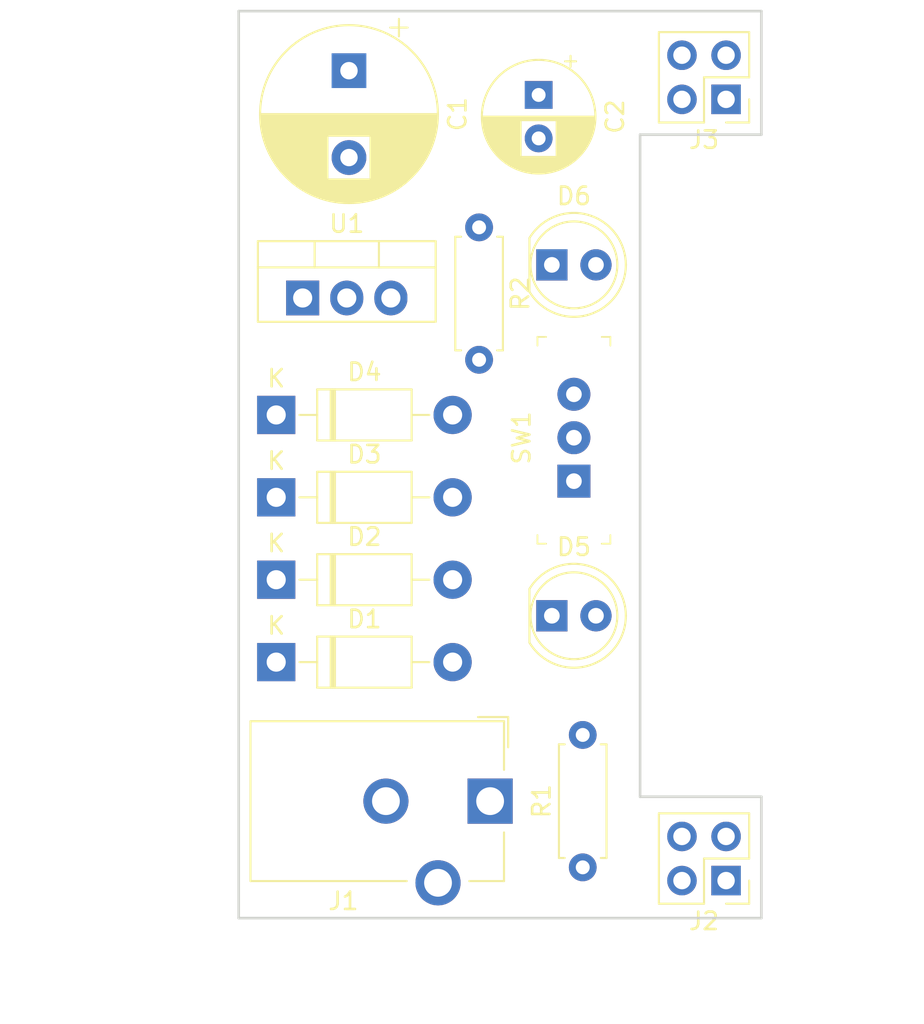
<source format=kicad_pcb>
(kicad_pcb (version 20171130) (host pcbnew 5.0.0-fee4fd1~66~ubuntu18.04.1)

  (general
    (thickness 1.6)
    (drawings 13)
    (tracks 0)
    (zones 0)
    (modules 15)
    (nets 11)
  )

  (page A4)
  (title_block
    (title "Breadboard Power Supply")
    (date 2018-08-14)
    (rev 2)
    (company "Tech Explorations")
    (comment 1 "Designed by Peter")
  )

  (layers
    (0 F.Cu signal)
    (31 B.Cu signal)
    (32 B.Adhes user)
    (33 F.Adhes user)
    (34 B.Paste user)
    (35 F.Paste user)
    (36 B.SilkS user)
    (37 F.SilkS user)
    (38 B.Mask user)
    (39 F.Mask user)
    (40 Dwgs.User user)
    (41 Cmts.User user)
    (42 Eco1.User user)
    (43 Eco2.User user)
    (44 Edge.Cuts user)
    (45 Margin user)
    (46 B.CrtYd user)
    (47 F.CrtYd user)
    (48 B.Fab user)
    (49 F.Fab user)
  )

  (setup
    (last_trace_width 0.25)
    (user_trace_width 0.3)
    (trace_clearance 0.2)
    (zone_clearance 0.508)
    (zone_45_only no)
    (trace_min 0.2)
    (segment_width 0.2)
    (edge_width 0.15)
    (via_size 0.8)
    (via_drill 0.4)
    (via_min_size 0.4)
    (via_min_drill 0.3)
    (user_via 1 0.6)
    (uvia_size 0.3)
    (uvia_drill 0.1)
    (uvias_allowed no)
    (uvia_min_size 0.2)
    (uvia_min_drill 0.1)
    (pcb_text_width 0.3)
    (pcb_text_size 1.5 1.5)
    (mod_edge_width 0.15)
    (mod_text_size 1 1)
    (mod_text_width 0.15)
    (pad_size 1.524 1.524)
    (pad_drill 0.762)
    (pad_to_mask_clearance 0.2)
    (aux_axis_origin 0 0)
    (visible_elements FFFFFF7F)
    (pcbplotparams
      (layerselection 0x010fc_ffffffff)
      (usegerberextensions false)
      (usegerberattributes false)
      (usegerberadvancedattributes false)
      (creategerberjobfile false)
      (excludeedgelayer true)
      (linewidth 0.100000)
      (plotframeref false)
      (viasonmask false)
      (mode 1)
      (useauxorigin false)
      (hpglpennumber 1)
      (hpglpenspeed 20)
      (hpglpendiameter 15.000000)
      (psnegative false)
      (psa4output false)
      (plotreference true)
      (plotvalue true)
      (plotinvisibletext false)
      (padsonsilk false)
      (subtractmaskfromsilk false)
      (outputformat 1)
      (mirror false)
      (drillshape 1)
      (scaleselection 1)
      (outputdirectory ""))
  )

  (net 0 "")
  (net 1 /Vin)
  (net 2 /V-)
  (net 3 "Net-(D5-Pad2)")
  (net 4 "Net-(D6-Pad2)")
  (net 5 "Net-(J1-Pad3)")
  (net 6 "Net-(SW1-Pad3)")
  (net 7 /V1)
  (net 8 /V2)
  (net 9 /Vout2)
  (net 10 /Vout1)

  (net_class Default "This is the default net class."
    (clearance 0.2)
    (trace_width 0.25)
    (via_dia 0.8)
    (via_drill 0.4)
    (uvia_dia 0.3)
    (uvia_drill 0.1)
    (add_net /V-)
    (add_net /V1)
    (add_net /V2)
    (add_net /Vin)
    (add_net /Vout1)
    (add_net /Vout2)
    (add_net "Net-(D5-Pad2)")
    (add_net "Net-(D6-Pad2)")
    (add_net "Net-(J1-Pad3)")
    (add_net "Net-(SW1-Pad3)")
  )

  (net_class Power ""
    (clearance 0.3)
    (trace_width 0.3)
    (via_dia 1)
    (via_drill 0.6)
    (uvia_dia 0.3)
    (uvia_drill 0.1)
  )

  (module Capacitor_THT:CP_Radial_D6.3mm_P2.50mm (layer F.Cu) (tedit 5AE50EF0) (tstamp 5B8A278F)
    (at 54.229 112.014 270)
    (descr "CP, Radial series, Radial, pin pitch=2.50mm, , diameter=6.3mm, Electrolytic Capacitor")
    (tags "CP Radial series Radial pin pitch 2.50mm  diameter 6.3mm Electrolytic Capacitor")
    (path /5B70E6AA)
    (fp_text reference C2 (at 1.25 -4.4 270) (layer F.SilkS)
      (effects (font (size 1 1) (thickness 0.15)))
    )
    (fp_text value CP1 (at 1.25 4.4 270) (layer F.Fab)
      (effects (font (size 1 1) (thickness 0.15)))
    )
    (fp_circle (center 1.25 0) (end 4.4 0) (layer F.Fab) (width 0.1))
    (fp_circle (center 1.25 0) (end 4.52 0) (layer F.SilkS) (width 0.12))
    (fp_circle (center 1.25 0) (end 4.65 0) (layer F.CrtYd) (width 0.05))
    (fp_line (start -1.443972 -1.3735) (end -0.813972 -1.3735) (layer F.Fab) (width 0.1))
    (fp_line (start -1.128972 -1.6885) (end -1.128972 -1.0585) (layer F.Fab) (width 0.1))
    (fp_line (start 1.25 -3.23) (end 1.25 3.23) (layer F.SilkS) (width 0.12))
    (fp_line (start 1.29 -3.23) (end 1.29 3.23) (layer F.SilkS) (width 0.12))
    (fp_line (start 1.33 -3.23) (end 1.33 3.23) (layer F.SilkS) (width 0.12))
    (fp_line (start 1.37 -3.228) (end 1.37 3.228) (layer F.SilkS) (width 0.12))
    (fp_line (start 1.41 -3.227) (end 1.41 3.227) (layer F.SilkS) (width 0.12))
    (fp_line (start 1.45 -3.224) (end 1.45 3.224) (layer F.SilkS) (width 0.12))
    (fp_line (start 1.49 -3.222) (end 1.49 -1.04) (layer F.SilkS) (width 0.12))
    (fp_line (start 1.49 1.04) (end 1.49 3.222) (layer F.SilkS) (width 0.12))
    (fp_line (start 1.53 -3.218) (end 1.53 -1.04) (layer F.SilkS) (width 0.12))
    (fp_line (start 1.53 1.04) (end 1.53 3.218) (layer F.SilkS) (width 0.12))
    (fp_line (start 1.57 -3.215) (end 1.57 -1.04) (layer F.SilkS) (width 0.12))
    (fp_line (start 1.57 1.04) (end 1.57 3.215) (layer F.SilkS) (width 0.12))
    (fp_line (start 1.61 -3.211) (end 1.61 -1.04) (layer F.SilkS) (width 0.12))
    (fp_line (start 1.61 1.04) (end 1.61 3.211) (layer F.SilkS) (width 0.12))
    (fp_line (start 1.65 -3.206) (end 1.65 -1.04) (layer F.SilkS) (width 0.12))
    (fp_line (start 1.65 1.04) (end 1.65 3.206) (layer F.SilkS) (width 0.12))
    (fp_line (start 1.69 -3.201) (end 1.69 -1.04) (layer F.SilkS) (width 0.12))
    (fp_line (start 1.69 1.04) (end 1.69 3.201) (layer F.SilkS) (width 0.12))
    (fp_line (start 1.73 -3.195) (end 1.73 -1.04) (layer F.SilkS) (width 0.12))
    (fp_line (start 1.73 1.04) (end 1.73 3.195) (layer F.SilkS) (width 0.12))
    (fp_line (start 1.77 -3.189) (end 1.77 -1.04) (layer F.SilkS) (width 0.12))
    (fp_line (start 1.77 1.04) (end 1.77 3.189) (layer F.SilkS) (width 0.12))
    (fp_line (start 1.81 -3.182) (end 1.81 -1.04) (layer F.SilkS) (width 0.12))
    (fp_line (start 1.81 1.04) (end 1.81 3.182) (layer F.SilkS) (width 0.12))
    (fp_line (start 1.85 -3.175) (end 1.85 -1.04) (layer F.SilkS) (width 0.12))
    (fp_line (start 1.85 1.04) (end 1.85 3.175) (layer F.SilkS) (width 0.12))
    (fp_line (start 1.89 -3.167) (end 1.89 -1.04) (layer F.SilkS) (width 0.12))
    (fp_line (start 1.89 1.04) (end 1.89 3.167) (layer F.SilkS) (width 0.12))
    (fp_line (start 1.93 -3.159) (end 1.93 -1.04) (layer F.SilkS) (width 0.12))
    (fp_line (start 1.93 1.04) (end 1.93 3.159) (layer F.SilkS) (width 0.12))
    (fp_line (start 1.971 -3.15) (end 1.971 -1.04) (layer F.SilkS) (width 0.12))
    (fp_line (start 1.971 1.04) (end 1.971 3.15) (layer F.SilkS) (width 0.12))
    (fp_line (start 2.011 -3.141) (end 2.011 -1.04) (layer F.SilkS) (width 0.12))
    (fp_line (start 2.011 1.04) (end 2.011 3.141) (layer F.SilkS) (width 0.12))
    (fp_line (start 2.051 -3.131) (end 2.051 -1.04) (layer F.SilkS) (width 0.12))
    (fp_line (start 2.051 1.04) (end 2.051 3.131) (layer F.SilkS) (width 0.12))
    (fp_line (start 2.091 -3.121) (end 2.091 -1.04) (layer F.SilkS) (width 0.12))
    (fp_line (start 2.091 1.04) (end 2.091 3.121) (layer F.SilkS) (width 0.12))
    (fp_line (start 2.131 -3.11) (end 2.131 -1.04) (layer F.SilkS) (width 0.12))
    (fp_line (start 2.131 1.04) (end 2.131 3.11) (layer F.SilkS) (width 0.12))
    (fp_line (start 2.171 -3.098) (end 2.171 -1.04) (layer F.SilkS) (width 0.12))
    (fp_line (start 2.171 1.04) (end 2.171 3.098) (layer F.SilkS) (width 0.12))
    (fp_line (start 2.211 -3.086) (end 2.211 -1.04) (layer F.SilkS) (width 0.12))
    (fp_line (start 2.211 1.04) (end 2.211 3.086) (layer F.SilkS) (width 0.12))
    (fp_line (start 2.251 -3.074) (end 2.251 -1.04) (layer F.SilkS) (width 0.12))
    (fp_line (start 2.251 1.04) (end 2.251 3.074) (layer F.SilkS) (width 0.12))
    (fp_line (start 2.291 -3.061) (end 2.291 -1.04) (layer F.SilkS) (width 0.12))
    (fp_line (start 2.291 1.04) (end 2.291 3.061) (layer F.SilkS) (width 0.12))
    (fp_line (start 2.331 -3.047) (end 2.331 -1.04) (layer F.SilkS) (width 0.12))
    (fp_line (start 2.331 1.04) (end 2.331 3.047) (layer F.SilkS) (width 0.12))
    (fp_line (start 2.371 -3.033) (end 2.371 -1.04) (layer F.SilkS) (width 0.12))
    (fp_line (start 2.371 1.04) (end 2.371 3.033) (layer F.SilkS) (width 0.12))
    (fp_line (start 2.411 -3.018) (end 2.411 -1.04) (layer F.SilkS) (width 0.12))
    (fp_line (start 2.411 1.04) (end 2.411 3.018) (layer F.SilkS) (width 0.12))
    (fp_line (start 2.451 -3.002) (end 2.451 -1.04) (layer F.SilkS) (width 0.12))
    (fp_line (start 2.451 1.04) (end 2.451 3.002) (layer F.SilkS) (width 0.12))
    (fp_line (start 2.491 -2.986) (end 2.491 -1.04) (layer F.SilkS) (width 0.12))
    (fp_line (start 2.491 1.04) (end 2.491 2.986) (layer F.SilkS) (width 0.12))
    (fp_line (start 2.531 -2.97) (end 2.531 -1.04) (layer F.SilkS) (width 0.12))
    (fp_line (start 2.531 1.04) (end 2.531 2.97) (layer F.SilkS) (width 0.12))
    (fp_line (start 2.571 -2.952) (end 2.571 -1.04) (layer F.SilkS) (width 0.12))
    (fp_line (start 2.571 1.04) (end 2.571 2.952) (layer F.SilkS) (width 0.12))
    (fp_line (start 2.611 -2.934) (end 2.611 -1.04) (layer F.SilkS) (width 0.12))
    (fp_line (start 2.611 1.04) (end 2.611 2.934) (layer F.SilkS) (width 0.12))
    (fp_line (start 2.651 -2.916) (end 2.651 -1.04) (layer F.SilkS) (width 0.12))
    (fp_line (start 2.651 1.04) (end 2.651 2.916) (layer F.SilkS) (width 0.12))
    (fp_line (start 2.691 -2.896) (end 2.691 -1.04) (layer F.SilkS) (width 0.12))
    (fp_line (start 2.691 1.04) (end 2.691 2.896) (layer F.SilkS) (width 0.12))
    (fp_line (start 2.731 -2.876) (end 2.731 -1.04) (layer F.SilkS) (width 0.12))
    (fp_line (start 2.731 1.04) (end 2.731 2.876) (layer F.SilkS) (width 0.12))
    (fp_line (start 2.771 -2.856) (end 2.771 -1.04) (layer F.SilkS) (width 0.12))
    (fp_line (start 2.771 1.04) (end 2.771 2.856) (layer F.SilkS) (width 0.12))
    (fp_line (start 2.811 -2.834) (end 2.811 -1.04) (layer F.SilkS) (width 0.12))
    (fp_line (start 2.811 1.04) (end 2.811 2.834) (layer F.SilkS) (width 0.12))
    (fp_line (start 2.851 -2.812) (end 2.851 -1.04) (layer F.SilkS) (width 0.12))
    (fp_line (start 2.851 1.04) (end 2.851 2.812) (layer F.SilkS) (width 0.12))
    (fp_line (start 2.891 -2.79) (end 2.891 -1.04) (layer F.SilkS) (width 0.12))
    (fp_line (start 2.891 1.04) (end 2.891 2.79) (layer F.SilkS) (width 0.12))
    (fp_line (start 2.931 -2.766) (end 2.931 -1.04) (layer F.SilkS) (width 0.12))
    (fp_line (start 2.931 1.04) (end 2.931 2.766) (layer F.SilkS) (width 0.12))
    (fp_line (start 2.971 -2.742) (end 2.971 -1.04) (layer F.SilkS) (width 0.12))
    (fp_line (start 2.971 1.04) (end 2.971 2.742) (layer F.SilkS) (width 0.12))
    (fp_line (start 3.011 -2.716) (end 3.011 -1.04) (layer F.SilkS) (width 0.12))
    (fp_line (start 3.011 1.04) (end 3.011 2.716) (layer F.SilkS) (width 0.12))
    (fp_line (start 3.051 -2.69) (end 3.051 -1.04) (layer F.SilkS) (width 0.12))
    (fp_line (start 3.051 1.04) (end 3.051 2.69) (layer F.SilkS) (width 0.12))
    (fp_line (start 3.091 -2.664) (end 3.091 -1.04) (layer F.SilkS) (width 0.12))
    (fp_line (start 3.091 1.04) (end 3.091 2.664) (layer F.SilkS) (width 0.12))
    (fp_line (start 3.131 -2.636) (end 3.131 -1.04) (layer F.SilkS) (width 0.12))
    (fp_line (start 3.131 1.04) (end 3.131 2.636) (layer F.SilkS) (width 0.12))
    (fp_line (start 3.171 -2.607) (end 3.171 -1.04) (layer F.SilkS) (width 0.12))
    (fp_line (start 3.171 1.04) (end 3.171 2.607) (layer F.SilkS) (width 0.12))
    (fp_line (start 3.211 -2.578) (end 3.211 -1.04) (layer F.SilkS) (width 0.12))
    (fp_line (start 3.211 1.04) (end 3.211 2.578) (layer F.SilkS) (width 0.12))
    (fp_line (start 3.251 -2.548) (end 3.251 -1.04) (layer F.SilkS) (width 0.12))
    (fp_line (start 3.251 1.04) (end 3.251 2.548) (layer F.SilkS) (width 0.12))
    (fp_line (start 3.291 -2.516) (end 3.291 -1.04) (layer F.SilkS) (width 0.12))
    (fp_line (start 3.291 1.04) (end 3.291 2.516) (layer F.SilkS) (width 0.12))
    (fp_line (start 3.331 -2.484) (end 3.331 -1.04) (layer F.SilkS) (width 0.12))
    (fp_line (start 3.331 1.04) (end 3.331 2.484) (layer F.SilkS) (width 0.12))
    (fp_line (start 3.371 -2.45) (end 3.371 -1.04) (layer F.SilkS) (width 0.12))
    (fp_line (start 3.371 1.04) (end 3.371 2.45) (layer F.SilkS) (width 0.12))
    (fp_line (start 3.411 -2.416) (end 3.411 -1.04) (layer F.SilkS) (width 0.12))
    (fp_line (start 3.411 1.04) (end 3.411 2.416) (layer F.SilkS) (width 0.12))
    (fp_line (start 3.451 -2.38) (end 3.451 -1.04) (layer F.SilkS) (width 0.12))
    (fp_line (start 3.451 1.04) (end 3.451 2.38) (layer F.SilkS) (width 0.12))
    (fp_line (start 3.491 -2.343) (end 3.491 -1.04) (layer F.SilkS) (width 0.12))
    (fp_line (start 3.491 1.04) (end 3.491 2.343) (layer F.SilkS) (width 0.12))
    (fp_line (start 3.531 -2.305) (end 3.531 -1.04) (layer F.SilkS) (width 0.12))
    (fp_line (start 3.531 1.04) (end 3.531 2.305) (layer F.SilkS) (width 0.12))
    (fp_line (start 3.571 -2.265) (end 3.571 2.265) (layer F.SilkS) (width 0.12))
    (fp_line (start 3.611 -2.224) (end 3.611 2.224) (layer F.SilkS) (width 0.12))
    (fp_line (start 3.651 -2.182) (end 3.651 2.182) (layer F.SilkS) (width 0.12))
    (fp_line (start 3.691 -2.137) (end 3.691 2.137) (layer F.SilkS) (width 0.12))
    (fp_line (start 3.731 -2.092) (end 3.731 2.092) (layer F.SilkS) (width 0.12))
    (fp_line (start 3.771 -2.044) (end 3.771 2.044) (layer F.SilkS) (width 0.12))
    (fp_line (start 3.811 -1.995) (end 3.811 1.995) (layer F.SilkS) (width 0.12))
    (fp_line (start 3.851 -1.944) (end 3.851 1.944) (layer F.SilkS) (width 0.12))
    (fp_line (start 3.891 -1.89) (end 3.891 1.89) (layer F.SilkS) (width 0.12))
    (fp_line (start 3.931 -1.834) (end 3.931 1.834) (layer F.SilkS) (width 0.12))
    (fp_line (start 3.971 -1.776) (end 3.971 1.776) (layer F.SilkS) (width 0.12))
    (fp_line (start 4.011 -1.714) (end 4.011 1.714) (layer F.SilkS) (width 0.12))
    (fp_line (start 4.051 -1.65) (end 4.051 1.65) (layer F.SilkS) (width 0.12))
    (fp_line (start 4.091 -1.581) (end 4.091 1.581) (layer F.SilkS) (width 0.12))
    (fp_line (start 4.131 -1.509) (end 4.131 1.509) (layer F.SilkS) (width 0.12))
    (fp_line (start 4.171 -1.432) (end 4.171 1.432) (layer F.SilkS) (width 0.12))
    (fp_line (start 4.211 -1.35) (end 4.211 1.35) (layer F.SilkS) (width 0.12))
    (fp_line (start 4.251 -1.262) (end 4.251 1.262) (layer F.SilkS) (width 0.12))
    (fp_line (start 4.291 -1.165) (end 4.291 1.165) (layer F.SilkS) (width 0.12))
    (fp_line (start 4.331 -1.059) (end 4.331 1.059) (layer F.SilkS) (width 0.12))
    (fp_line (start 4.371 -0.94) (end 4.371 0.94) (layer F.SilkS) (width 0.12))
    (fp_line (start 4.411 -0.802) (end 4.411 0.802) (layer F.SilkS) (width 0.12))
    (fp_line (start 4.451 -0.633) (end 4.451 0.633) (layer F.SilkS) (width 0.12))
    (fp_line (start 4.491 -0.402) (end 4.491 0.402) (layer F.SilkS) (width 0.12))
    (fp_line (start -2.250241 -1.839) (end -1.620241 -1.839) (layer F.SilkS) (width 0.12))
    (fp_line (start -1.935241 -2.154) (end -1.935241 -1.524) (layer F.SilkS) (width 0.12))
    (fp_text user %R (at 1.25 0 270) (layer F.Fab)
      (effects (font (size 1 1) (thickness 0.15)))
    )
    (pad 1 thru_hole rect (at 0 0 270) (size 1.6 1.6) (drill 0.8) (layers *.Cu *.Mask)
      (net 10 /Vout1))
    (pad 2 thru_hole circle (at 2.5 0 270) (size 1.6 1.6) (drill 0.8) (layers *.Cu *.Mask)
      (net 2 /V-))
    (model ${KISYS3DMOD}/Capacitor_THT.3dshapes/CP_Radial_D6.3mm_P2.50mm.wrl
      (at (xyz 0 0 0))
      (scale (xyz 1 1 1))
      (rotate (xyz 0 0 0))
    )
  )

  (module Diode_THT:D_DO-41_SOD81_P10.16mm_Horizontal (layer F.Cu) (tedit 5AE50CD5) (tstamp 5B8A2BFD)
    (at 39.116 144.653)
    (descr "Diode, DO-41_SOD81 series, Axial, Horizontal, pin pitch=10.16mm, , length*diameter=5.2*2.7mm^2, , http://www.diodes.com/_files/packages/DO-41%20(Plastic).pdf")
    (tags "Diode DO-41_SOD81 series Axial Horizontal pin pitch 10.16mm  length 5.2mm diameter 2.7mm")
    (path /5B70E57A)
    (fp_text reference D1 (at 5.08 -2.47) (layer F.SilkS)
      (effects (font (size 1 1) (thickness 0.15)))
    )
    (fp_text value D (at 5.08 2.47) (layer F.Fab)
      (effects (font (size 1 1) (thickness 0.15)))
    )
    (fp_line (start 2.48 -1.35) (end 2.48 1.35) (layer F.Fab) (width 0.1))
    (fp_line (start 2.48 1.35) (end 7.68 1.35) (layer F.Fab) (width 0.1))
    (fp_line (start 7.68 1.35) (end 7.68 -1.35) (layer F.Fab) (width 0.1))
    (fp_line (start 7.68 -1.35) (end 2.48 -1.35) (layer F.Fab) (width 0.1))
    (fp_line (start 0 0) (end 2.48 0) (layer F.Fab) (width 0.1))
    (fp_line (start 10.16 0) (end 7.68 0) (layer F.Fab) (width 0.1))
    (fp_line (start 3.26 -1.35) (end 3.26 1.35) (layer F.Fab) (width 0.1))
    (fp_line (start 3.36 -1.35) (end 3.36 1.35) (layer F.Fab) (width 0.1))
    (fp_line (start 3.16 -1.35) (end 3.16 1.35) (layer F.Fab) (width 0.1))
    (fp_line (start 2.36 -1.47) (end 2.36 1.47) (layer F.SilkS) (width 0.12))
    (fp_line (start 2.36 1.47) (end 7.8 1.47) (layer F.SilkS) (width 0.12))
    (fp_line (start 7.8 1.47) (end 7.8 -1.47) (layer F.SilkS) (width 0.12))
    (fp_line (start 7.8 -1.47) (end 2.36 -1.47) (layer F.SilkS) (width 0.12))
    (fp_line (start 1.34 0) (end 2.36 0) (layer F.SilkS) (width 0.12))
    (fp_line (start 8.82 0) (end 7.8 0) (layer F.SilkS) (width 0.12))
    (fp_line (start 3.26 -1.47) (end 3.26 1.47) (layer F.SilkS) (width 0.12))
    (fp_line (start 3.38 -1.47) (end 3.38 1.47) (layer F.SilkS) (width 0.12))
    (fp_line (start 3.14 -1.47) (end 3.14 1.47) (layer F.SilkS) (width 0.12))
    (fp_line (start -1.35 -1.6) (end -1.35 1.6) (layer F.CrtYd) (width 0.05))
    (fp_line (start -1.35 1.6) (end 11.51 1.6) (layer F.CrtYd) (width 0.05))
    (fp_line (start 11.51 1.6) (end 11.51 -1.6) (layer F.CrtYd) (width 0.05))
    (fp_line (start 11.51 -1.6) (end -1.35 -1.6) (layer F.CrtYd) (width 0.05))
    (fp_text user %R (at 5.47 0) (layer F.Fab)
      (effects (font (size 1 1) (thickness 0.15)))
    )
    (fp_text user K (at 0 -2.1) (layer F.Fab)
      (effects (font (size 1 1) (thickness 0.15)))
    )
    (fp_text user K (at 0 -2.1) (layer F.SilkS)
      (effects (font (size 1 1) (thickness 0.15)))
    )
    (pad 1 thru_hole rect (at 0 0) (size 2.2 2.2) (drill 1.1) (layers *.Cu *.Mask)
      (net 1 /Vin))
    (pad 2 thru_hole oval (at 10.16 0) (size 2.2 2.2) (drill 1.1) (layers *.Cu *.Mask)
      (net 7 /V1))
    (model ${KISYS3DMOD}/Diode_THT.3dshapes/D_DO-41_SOD81_P10.16mm_Horizontal.wrl
      (at (xyz 0 0 0))
      (scale (xyz 1 1 1))
      (rotate (xyz 0 0 0))
    )
  )

  (module Diode_THT:D_DO-41_SOD81_P10.16mm_Horizontal (layer F.Cu) (tedit 5AE50CD5) (tstamp 5B8A25E5)
    (at 39.116 139.911666)
    (descr "Diode, DO-41_SOD81 series, Axial, Horizontal, pin pitch=10.16mm, , length*diameter=5.2*2.7mm^2, , http://www.diodes.com/_files/packages/DO-41%20(Plastic).pdf")
    (tags "Diode DO-41_SOD81 series Axial Horizontal pin pitch 10.16mm  length 5.2mm diameter 2.7mm")
    (path /5B70E5E4)
    (fp_text reference D2 (at 5.08 -2.47) (layer F.SilkS)
      (effects (font (size 1 1) (thickness 0.15)))
    )
    (fp_text value D (at 5.08 2.47) (layer F.Fab)
      (effects (font (size 1 1) (thickness 0.15)))
    )
    (fp_text user K (at 0 -2.1) (layer F.SilkS)
      (effects (font (size 1 1) (thickness 0.15)))
    )
    (fp_text user K (at 0 -2.1) (layer F.Fab)
      (effects (font (size 1 1) (thickness 0.15)))
    )
    (fp_text user %R (at 5.47 0) (layer F.Fab)
      (effects (font (size 1 1) (thickness 0.15)))
    )
    (fp_line (start 11.51 -1.6) (end -1.35 -1.6) (layer F.CrtYd) (width 0.05))
    (fp_line (start 11.51 1.6) (end 11.51 -1.6) (layer F.CrtYd) (width 0.05))
    (fp_line (start -1.35 1.6) (end 11.51 1.6) (layer F.CrtYd) (width 0.05))
    (fp_line (start -1.35 -1.6) (end -1.35 1.6) (layer F.CrtYd) (width 0.05))
    (fp_line (start 3.14 -1.47) (end 3.14 1.47) (layer F.SilkS) (width 0.12))
    (fp_line (start 3.38 -1.47) (end 3.38 1.47) (layer F.SilkS) (width 0.12))
    (fp_line (start 3.26 -1.47) (end 3.26 1.47) (layer F.SilkS) (width 0.12))
    (fp_line (start 8.82 0) (end 7.8 0) (layer F.SilkS) (width 0.12))
    (fp_line (start 1.34 0) (end 2.36 0) (layer F.SilkS) (width 0.12))
    (fp_line (start 7.8 -1.47) (end 2.36 -1.47) (layer F.SilkS) (width 0.12))
    (fp_line (start 7.8 1.47) (end 7.8 -1.47) (layer F.SilkS) (width 0.12))
    (fp_line (start 2.36 1.47) (end 7.8 1.47) (layer F.SilkS) (width 0.12))
    (fp_line (start 2.36 -1.47) (end 2.36 1.47) (layer F.SilkS) (width 0.12))
    (fp_line (start 3.16 -1.35) (end 3.16 1.35) (layer F.Fab) (width 0.1))
    (fp_line (start 3.36 -1.35) (end 3.36 1.35) (layer F.Fab) (width 0.1))
    (fp_line (start 3.26 -1.35) (end 3.26 1.35) (layer F.Fab) (width 0.1))
    (fp_line (start 10.16 0) (end 7.68 0) (layer F.Fab) (width 0.1))
    (fp_line (start 0 0) (end 2.48 0) (layer F.Fab) (width 0.1))
    (fp_line (start 7.68 -1.35) (end 2.48 -1.35) (layer F.Fab) (width 0.1))
    (fp_line (start 7.68 1.35) (end 7.68 -1.35) (layer F.Fab) (width 0.1))
    (fp_line (start 2.48 1.35) (end 7.68 1.35) (layer F.Fab) (width 0.1))
    (fp_line (start 2.48 -1.35) (end 2.48 1.35) (layer F.Fab) (width 0.1))
    (pad 2 thru_hole oval (at 10.16 0) (size 2.2 2.2) (drill 1.1) (layers *.Cu *.Mask)
      (net 2 /V-))
    (pad 1 thru_hole rect (at 0 0) (size 2.2 2.2) (drill 1.1) (layers *.Cu *.Mask)
      (net 7 /V1))
    (model ${KISYS3DMOD}/Diode_THT.3dshapes/D_DO-41_SOD81_P10.16mm_Horizontal.wrl
      (at (xyz 0 0 0))
      (scale (xyz 1 1 1))
      (rotate (xyz 0 0 0))
    )
  )

  (module Diode_THT:D_DO-41_SOD81_P10.16mm_Horizontal (layer F.Cu) (tedit 5AE50CD5) (tstamp 5B8A28D3)
    (at 39.116 135.170333)
    (descr "Diode, DO-41_SOD81 series, Axial, Horizontal, pin pitch=10.16mm, , length*diameter=5.2*2.7mm^2, , http://www.diodes.com/_files/packages/DO-41%20(Plastic).pdf")
    (tags "Diode DO-41_SOD81 series Axial Horizontal pin pitch 10.16mm  length 5.2mm diameter 2.7mm")
    (path /5B70E602)
    (fp_text reference D3 (at 5.08 -2.47) (layer F.SilkS)
      (effects (font (size 1 1) (thickness 0.15)))
    )
    (fp_text value D (at 5.08 2.47) (layer F.Fab)
      (effects (font (size 1 1) (thickness 0.15)))
    )
    (fp_line (start 2.48 -1.35) (end 2.48 1.35) (layer F.Fab) (width 0.1))
    (fp_line (start 2.48 1.35) (end 7.68 1.35) (layer F.Fab) (width 0.1))
    (fp_line (start 7.68 1.35) (end 7.68 -1.35) (layer F.Fab) (width 0.1))
    (fp_line (start 7.68 -1.35) (end 2.48 -1.35) (layer F.Fab) (width 0.1))
    (fp_line (start 0 0) (end 2.48 0) (layer F.Fab) (width 0.1))
    (fp_line (start 10.16 0) (end 7.68 0) (layer F.Fab) (width 0.1))
    (fp_line (start 3.26 -1.35) (end 3.26 1.35) (layer F.Fab) (width 0.1))
    (fp_line (start 3.36 -1.35) (end 3.36 1.35) (layer F.Fab) (width 0.1))
    (fp_line (start 3.16 -1.35) (end 3.16 1.35) (layer F.Fab) (width 0.1))
    (fp_line (start 2.36 -1.47) (end 2.36 1.47) (layer F.SilkS) (width 0.12))
    (fp_line (start 2.36 1.47) (end 7.8 1.47) (layer F.SilkS) (width 0.12))
    (fp_line (start 7.8 1.47) (end 7.8 -1.47) (layer F.SilkS) (width 0.12))
    (fp_line (start 7.8 -1.47) (end 2.36 -1.47) (layer F.SilkS) (width 0.12))
    (fp_line (start 1.34 0) (end 2.36 0) (layer F.SilkS) (width 0.12))
    (fp_line (start 8.82 0) (end 7.8 0) (layer F.SilkS) (width 0.12))
    (fp_line (start 3.26 -1.47) (end 3.26 1.47) (layer F.SilkS) (width 0.12))
    (fp_line (start 3.38 -1.47) (end 3.38 1.47) (layer F.SilkS) (width 0.12))
    (fp_line (start 3.14 -1.47) (end 3.14 1.47) (layer F.SilkS) (width 0.12))
    (fp_line (start -1.35 -1.6) (end -1.35 1.6) (layer F.CrtYd) (width 0.05))
    (fp_line (start -1.35 1.6) (end 11.51 1.6) (layer F.CrtYd) (width 0.05))
    (fp_line (start 11.51 1.6) (end 11.51 -1.6) (layer F.CrtYd) (width 0.05))
    (fp_line (start 11.51 -1.6) (end -1.35 -1.6) (layer F.CrtYd) (width 0.05))
    (fp_text user %R (at 5.47 0) (layer F.Fab)
      (effects (font (size 1 1) (thickness 0.15)))
    )
    (fp_text user K (at 0 -2.1) (layer F.Fab)
      (effects (font (size 1 1) (thickness 0.15)))
    )
    (fp_text user K (at 0 -2.1) (layer F.SilkS)
      (effects (font (size 1 1) (thickness 0.15)))
    )
    (pad 1 thru_hole rect (at 0 0) (size 2.2 2.2) (drill 1.1) (layers *.Cu *.Mask)
      (net 1 /Vin))
    (pad 2 thru_hole oval (at 10.16 0) (size 2.2 2.2) (drill 1.1) (layers *.Cu *.Mask)
      (net 8 /V2))
    (model ${KISYS3DMOD}/Diode_THT.3dshapes/D_DO-41_SOD81_P10.16mm_Horizontal.wrl
      (at (xyz 0 0 0))
      (scale (xyz 1 1 1))
      (rotate (xyz 0 0 0))
    )
  )

  (module Diode_THT:D_DO-41_SOD81_P10.16mm_Horizontal (layer F.Cu) (tedit 5AE50CD5) (tstamp 5B8A2BA3)
    (at 39.116 130.429)
    (descr "Diode, DO-41_SOD81 series, Axial, Horizontal, pin pitch=10.16mm, , length*diameter=5.2*2.7mm^2, , http://www.diodes.com/_files/packages/DO-41%20(Plastic).pdf")
    (tags "Diode DO-41_SOD81 series Axial Horizontal pin pitch 10.16mm  length 5.2mm diameter 2.7mm")
    (path /5B70E624)
    (fp_text reference D4 (at 5.08 -2.47) (layer F.SilkS)
      (effects (font (size 1 1) (thickness 0.15)))
    )
    (fp_text value D (at 5.08 2.47) (layer F.Fab)
      (effects (font (size 1 1) (thickness 0.15)))
    )
    (fp_text user K (at 0 -2.1) (layer F.SilkS)
      (effects (font (size 1 1) (thickness 0.15)))
    )
    (fp_text user K (at 0 -2.1) (layer F.Fab)
      (effects (font (size 1 1) (thickness 0.15)))
    )
    (fp_text user %R (at 5.47 0) (layer F.Fab)
      (effects (font (size 1 1) (thickness 0.15)))
    )
    (fp_line (start 11.51 -1.6) (end -1.35 -1.6) (layer F.CrtYd) (width 0.05))
    (fp_line (start 11.51 1.6) (end 11.51 -1.6) (layer F.CrtYd) (width 0.05))
    (fp_line (start -1.35 1.6) (end 11.51 1.6) (layer F.CrtYd) (width 0.05))
    (fp_line (start -1.35 -1.6) (end -1.35 1.6) (layer F.CrtYd) (width 0.05))
    (fp_line (start 3.14 -1.47) (end 3.14 1.47) (layer F.SilkS) (width 0.12))
    (fp_line (start 3.38 -1.47) (end 3.38 1.47) (layer F.SilkS) (width 0.12))
    (fp_line (start 3.26 -1.47) (end 3.26 1.47) (layer F.SilkS) (width 0.12))
    (fp_line (start 8.82 0) (end 7.8 0) (layer F.SilkS) (width 0.12))
    (fp_line (start 1.34 0) (end 2.36 0) (layer F.SilkS) (width 0.12))
    (fp_line (start 7.8 -1.47) (end 2.36 -1.47) (layer F.SilkS) (width 0.12))
    (fp_line (start 7.8 1.47) (end 7.8 -1.47) (layer F.SilkS) (width 0.12))
    (fp_line (start 2.36 1.47) (end 7.8 1.47) (layer F.SilkS) (width 0.12))
    (fp_line (start 2.36 -1.47) (end 2.36 1.47) (layer F.SilkS) (width 0.12))
    (fp_line (start 3.16 -1.35) (end 3.16 1.35) (layer F.Fab) (width 0.1))
    (fp_line (start 3.36 -1.35) (end 3.36 1.35) (layer F.Fab) (width 0.1))
    (fp_line (start 3.26 -1.35) (end 3.26 1.35) (layer F.Fab) (width 0.1))
    (fp_line (start 10.16 0) (end 7.68 0) (layer F.Fab) (width 0.1))
    (fp_line (start 0 0) (end 2.48 0) (layer F.Fab) (width 0.1))
    (fp_line (start 7.68 -1.35) (end 2.48 -1.35) (layer F.Fab) (width 0.1))
    (fp_line (start 7.68 1.35) (end 7.68 -1.35) (layer F.Fab) (width 0.1))
    (fp_line (start 2.48 1.35) (end 7.68 1.35) (layer F.Fab) (width 0.1))
    (fp_line (start 2.48 -1.35) (end 2.48 1.35) (layer F.Fab) (width 0.1))
    (pad 2 thru_hole oval (at 10.16 0) (size 2.2 2.2) (drill 1.1) (layers *.Cu *.Mask)
      (net 2 /V-))
    (pad 1 thru_hole rect (at 0 0) (size 2.2 2.2) (drill 1.1) (layers *.Cu *.Mask)
      (net 8 /V2))
    (model ${KISYS3DMOD}/Diode_THT.3dshapes/D_DO-41_SOD81_P10.16mm_Horizontal.wrl
      (at (xyz 0 0 0))
      (scale (xyz 1 1 1))
      (rotate (xyz 0 0 0))
    )
  )

  (module LED_THT:LED_D5.0mm (layer F.Cu) (tedit 5995936A) (tstamp 5B8A0AAF)
    (at 54.991 141.986)
    (descr "LED, diameter 5.0mm, 2 pins, http://cdn-reichelt.de/documents/datenblatt/A500/LL-504BC2E-009.pdf")
    (tags "LED diameter 5.0mm 2 pins")
    (path /5B70E80A)
    (fp_text reference D5 (at 1.27 -3.96) (layer F.SilkS)
      (effects (font (size 1 1) (thickness 0.15)))
    )
    (fp_text value LED (at 1.27 3.96) (layer F.Fab)
      (effects (font (size 1 1) (thickness 0.15)))
    )
    (fp_text user %R (at 1.25 0) (layer F.Fab)
      (effects (font (size 0.8 0.8) (thickness 0.2)))
    )
    (fp_line (start 4.5 -3.25) (end -1.95 -3.25) (layer F.CrtYd) (width 0.05))
    (fp_line (start 4.5 3.25) (end 4.5 -3.25) (layer F.CrtYd) (width 0.05))
    (fp_line (start -1.95 3.25) (end 4.5 3.25) (layer F.CrtYd) (width 0.05))
    (fp_line (start -1.95 -3.25) (end -1.95 3.25) (layer F.CrtYd) (width 0.05))
    (fp_line (start -1.29 -1.545) (end -1.29 1.545) (layer F.SilkS) (width 0.12))
    (fp_line (start -1.23 -1.469694) (end -1.23 1.469694) (layer F.Fab) (width 0.1))
    (fp_circle (center 1.27 0) (end 3.77 0) (layer F.SilkS) (width 0.12))
    (fp_circle (center 1.27 0) (end 3.77 0) (layer F.Fab) (width 0.1))
    (fp_arc (start 1.27 0) (end -1.29 1.54483) (angle -148.9) (layer F.SilkS) (width 0.12))
    (fp_arc (start 1.27 0) (end -1.29 -1.54483) (angle 148.9) (layer F.SilkS) (width 0.12))
    (fp_arc (start 1.27 0) (end -1.23 -1.469694) (angle 299.1) (layer F.Fab) (width 0.1))
    (pad 2 thru_hole circle (at 2.54 0) (size 1.8 1.8) (drill 0.9) (layers *.Cu *.Mask)
      (net 3 "Net-(D5-Pad2)"))
    (pad 1 thru_hole rect (at 0 0) (size 1.8 1.8) (drill 0.9) (layers *.Cu *.Mask)
      (net 2 /V-))
    (model ${KISYS3DMOD}/LED_THT.3dshapes/LED_D5.0mm.wrl
      (at (xyz 0 0 0))
      (scale (xyz 1 1 1))
      (rotate (xyz 0 0 0))
    )
  )

  (module LED_THT:LED_D5.0mm (layer F.Cu) (tedit 5995936A) (tstamp 5B8A1658)
    (at 54.991 121.793)
    (descr "LED, diameter 5.0mm, 2 pins, http://cdn-reichelt.de/documents/datenblatt/A500/LL-504BC2E-009.pdf")
    (tags "LED diameter 5.0mm 2 pins")
    (path /5B70E7B0)
    (fp_text reference D6 (at 1.27 -3.96) (layer F.SilkS)
      (effects (font (size 1 1) (thickness 0.15)))
    )
    (fp_text value LED (at 1.27 3.96) (layer F.Fab)
      (effects (font (size 1 1) (thickness 0.15)))
    )
    (fp_arc (start 1.27 0) (end -1.23 -1.469694) (angle 299.1) (layer F.Fab) (width 0.1))
    (fp_arc (start 1.27 0) (end -1.29 -1.54483) (angle 148.9) (layer F.SilkS) (width 0.12))
    (fp_arc (start 1.27 0) (end -1.29 1.54483) (angle -148.9) (layer F.SilkS) (width 0.12))
    (fp_circle (center 1.27 0) (end 3.77 0) (layer F.Fab) (width 0.1))
    (fp_circle (center 1.27 0) (end 3.77 0) (layer F.SilkS) (width 0.12))
    (fp_line (start -1.23 -1.469694) (end -1.23 1.469694) (layer F.Fab) (width 0.1))
    (fp_line (start -1.29 -1.545) (end -1.29 1.545) (layer F.SilkS) (width 0.12))
    (fp_line (start -1.95 -3.25) (end -1.95 3.25) (layer F.CrtYd) (width 0.05))
    (fp_line (start -1.95 3.25) (end 4.5 3.25) (layer F.CrtYd) (width 0.05))
    (fp_line (start 4.5 3.25) (end 4.5 -3.25) (layer F.CrtYd) (width 0.05))
    (fp_line (start 4.5 -3.25) (end -1.95 -3.25) (layer F.CrtYd) (width 0.05))
    (fp_text user %R (at 1.25 0) (layer F.Fab)
      (effects (font (size 0.8 0.8) (thickness 0.2)))
    )
    (pad 1 thru_hole rect (at 0 0) (size 1.8 1.8) (drill 0.9) (layers *.Cu *.Mask)
      (net 2 /V-))
    (pad 2 thru_hole circle (at 2.54 0) (size 1.8 1.8) (drill 0.9) (layers *.Cu *.Mask)
      (net 4 "Net-(D6-Pad2)"))
    (model ${KISYS3DMOD}/LED_THT.3dshapes/LED_D5.0mm.wrl
      (at (xyz 0 0 0))
      (scale (xyz 1 1 1))
      (rotate (xyz 0 0 0))
    )
  )

  (module Connector_BarrelJack:BarrelJack_CUI_PJ-102AH_Horizontal (layer F.Cu) (tedit 5A1DBF38) (tstamp 5B8A152A)
    (at 51.435 152.654 270)
    (descr "Thin-pin DC Barrel Jack, https://cdn-shop.adafruit.com/datasheets/21mmdcjackDatasheet.pdf")
    (tags "Power Jack")
    (path /5B70ED22)
    (fp_text reference J1 (at 5.75 8.45) (layer F.SilkS)
      (effects (font (size 1 1) (thickness 0.15)))
    )
    (fp_text value Barrel_Jack_Switch (at -5.5 6.2) (layer F.Fab)
      (effects (font (size 1 1) (thickness 0.15)))
    )
    (fp_text user %R (at 0 6.5 270) (layer F.Fab)
      (effects (font (size 1 1) (thickness 0.15)))
    )
    (fp_line (start 1.8 -1.8) (end 1.8 -1.2) (layer F.CrtYd) (width 0.05))
    (fp_line (start 1.8 -1.2) (end 5 -1.2) (layer F.CrtYd) (width 0.05))
    (fp_line (start 5 -1.2) (end 5 1.2) (layer F.CrtYd) (width 0.05))
    (fp_line (start 5 1.2) (end 6.5 1.2) (layer F.CrtYd) (width 0.05))
    (fp_line (start 6.5 1.2) (end 6.5 4.8) (layer F.CrtYd) (width 0.05))
    (fp_line (start 6.5 4.8) (end 5 4.8) (layer F.CrtYd) (width 0.05))
    (fp_line (start 5 4.8) (end 5 14.2) (layer F.CrtYd) (width 0.05))
    (fp_line (start 5 14.2) (end -5 14.2) (layer F.CrtYd) (width 0.05))
    (fp_line (start -5 14.2) (end -5 -1.2) (layer F.CrtYd) (width 0.05))
    (fp_line (start -5 -1.2) (end -1.8 -1.2) (layer F.CrtYd) (width 0.05))
    (fp_line (start -1.8 -1.2) (end -1.8 -1.8) (layer F.CrtYd) (width 0.05))
    (fp_line (start -1.8 -1.8) (end 1.8 -1.8) (layer F.CrtYd) (width 0.05))
    (fp_line (start 4.6 4.8) (end 4.6 13.8) (layer F.SilkS) (width 0.12))
    (fp_line (start 4.6 13.8) (end -4.6 13.8) (layer F.SilkS) (width 0.12))
    (fp_line (start -4.6 13.8) (end -4.6 -0.8) (layer F.SilkS) (width 0.12))
    (fp_line (start -4.6 -0.8) (end -1.8 -0.8) (layer F.SilkS) (width 0.12))
    (fp_line (start 1.8 -0.8) (end 4.6 -0.8) (layer F.SilkS) (width 0.12))
    (fp_line (start 4.6 -0.8) (end 4.6 1.2) (layer F.SilkS) (width 0.12))
    (fp_line (start -4.84 0.7) (end -4.84 -1.04) (layer F.SilkS) (width 0.12))
    (fp_line (start -4.84 -1.04) (end -3.1 -1.04) (layer F.SilkS) (width 0.12))
    (fp_line (start 4.5 -0.7) (end 4.5 13.7) (layer F.Fab) (width 0.1))
    (fp_line (start 4.5 13.7) (end -4.5 13.7) (layer F.Fab) (width 0.1))
    (fp_line (start -4.5 13.7) (end -4.5 0.3) (layer F.Fab) (width 0.1))
    (fp_line (start -4.5 0.3) (end -3.5 -0.7) (layer F.Fab) (width 0.1))
    (fp_line (start -3.5 -0.7) (end 4.5 -0.7) (layer F.Fab) (width 0.1))
    (fp_line (start -4.5 10.2) (end 4.5 10.2) (layer F.Fab) (width 0.1))
    (pad 1 thru_hole rect (at 0 0 270) (size 2.6 2.6) (drill 1.6) (layers *.Cu *.Mask)
      (net 7 /V1))
    (pad 2 thru_hole circle (at 0 6 270) (size 2.6 2.6) (drill 1.6) (layers *.Cu *.Mask)
      (net 8 /V2))
    (pad 3 thru_hole circle (at 4.7 3 270) (size 2.6 2.6) (drill 1.6) (layers *.Cu *.Mask)
      (net 5 "Net-(J1-Pad3)"))
    (model ${KISYS3DMOD}/Connector_BarrelJack.3dshapes/BarrelJack_CUI_PJ-102AH_Horizontal.wrl
      (at (xyz 0 0 0))
      (scale (xyz 1 1 1))
      (rotate (xyz 0 0 0))
    )
  )

  (module Connector_PinHeader_2.54mm:PinHeader_2x02_P2.54mm_Vertical locked (layer F.Cu) (tedit 59FED5CC) (tstamp 5B8A0AFD)
    (at 65.024 157.226 180)
    (descr "Through hole straight pin header, 2x02, 2.54mm pitch, double rows")
    (tags "Through hole pin header THT 2x02 2.54mm double row")
    (path /5B70EA3E)
    (fp_text reference J2 (at 1.27 -2.33 180) (layer F.SilkS)
      (effects (font (size 1 1) (thickness 0.15)))
    )
    (fp_text value Conn_02x02_Odd_Even (at 1.27 4.87 180) (layer F.Fab)
      (effects (font (size 1 1) (thickness 0.15)))
    )
    (fp_text user %R (at 1.27 1.27 270) (layer F.Fab)
      (effects (font (size 1 1) (thickness 0.15)))
    )
    (fp_line (start 4.35 -1.8) (end -1.8 -1.8) (layer F.CrtYd) (width 0.05))
    (fp_line (start 4.35 4.35) (end 4.35 -1.8) (layer F.CrtYd) (width 0.05))
    (fp_line (start -1.8 4.35) (end 4.35 4.35) (layer F.CrtYd) (width 0.05))
    (fp_line (start -1.8 -1.8) (end -1.8 4.35) (layer F.CrtYd) (width 0.05))
    (fp_line (start -1.33 -1.33) (end 0 -1.33) (layer F.SilkS) (width 0.12))
    (fp_line (start -1.33 0) (end -1.33 -1.33) (layer F.SilkS) (width 0.12))
    (fp_line (start 1.27 -1.33) (end 3.87 -1.33) (layer F.SilkS) (width 0.12))
    (fp_line (start 1.27 1.27) (end 1.27 -1.33) (layer F.SilkS) (width 0.12))
    (fp_line (start -1.33 1.27) (end 1.27 1.27) (layer F.SilkS) (width 0.12))
    (fp_line (start 3.87 -1.33) (end 3.87 3.87) (layer F.SilkS) (width 0.12))
    (fp_line (start -1.33 1.27) (end -1.33 3.87) (layer F.SilkS) (width 0.12))
    (fp_line (start -1.33 3.87) (end 3.87 3.87) (layer F.SilkS) (width 0.12))
    (fp_line (start -1.27 0) (end 0 -1.27) (layer F.Fab) (width 0.1))
    (fp_line (start -1.27 3.81) (end -1.27 0) (layer F.Fab) (width 0.1))
    (fp_line (start 3.81 3.81) (end -1.27 3.81) (layer F.Fab) (width 0.1))
    (fp_line (start 3.81 -1.27) (end 3.81 3.81) (layer F.Fab) (width 0.1))
    (fp_line (start 0 -1.27) (end 3.81 -1.27) (layer F.Fab) (width 0.1))
    (pad 4 thru_hole oval (at 2.54 2.54 180) (size 1.7 1.7) (drill 1) (layers *.Cu *.Mask)
      (net 2 /V-))
    (pad 3 thru_hole oval (at 0 2.54 180) (size 1.7 1.7) (drill 1) (layers *.Cu *.Mask)
      (net 2 /V-))
    (pad 2 thru_hole oval (at 2.54 0 180) (size 1.7 1.7) (drill 1) (layers *.Cu *.Mask)
      (net 9 /Vout2))
    (pad 1 thru_hole rect (at 0 0 180) (size 1.7 1.7) (drill 1) (layers *.Cu *.Mask)
      (net 9 /Vout2))
    (model ${KISYS3DMOD}/Connector_PinHeader_2.54mm.3dshapes/PinHeader_2x02_P2.54mm_Vertical.wrl
      (at (xyz 0 0 0))
      (scale (xyz 1 1 1))
      (rotate (xyz 0 0 0))
    )
  )

  (module Connector_PinHeader_2.54mm:PinHeader_2x02_P2.54mm_Vertical locked (layer F.Cu) (tedit 59FED5CC) (tstamp 5B8A1A25)
    (at 65.024 112.268 180)
    (descr "Through hole straight pin header, 2x02, 2.54mm pitch, double rows")
    (tags "Through hole pin header THT 2x02 2.54mm double row")
    (path /5B70E9B8)
    (fp_text reference J3 (at 1.27 -2.33 180) (layer F.SilkS)
      (effects (font (size 1 1) (thickness 0.15)))
    )
    (fp_text value Conn_02x02_Odd_Even (at 1.27 4.87 180) (layer F.Fab)
      (effects (font (size 1 1) (thickness 0.15)))
    )
    (fp_line (start 0 -1.27) (end 3.81 -1.27) (layer F.Fab) (width 0.1))
    (fp_line (start 3.81 -1.27) (end 3.81 3.81) (layer F.Fab) (width 0.1))
    (fp_line (start 3.81 3.81) (end -1.27 3.81) (layer F.Fab) (width 0.1))
    (fp_line (start -1.27 3.81) (end -1.27 0) (layer F.Fab) (width 0.1))
    (fp_line (start -1.27 0) (end 0 -1.27) (layer F.Fab) (width 0.1))
    (fp_line (start -1.33 3.87) (end 3.87 3.87) (layer F.SilkS) (width 0.12))
    (fp_line (start -1.33 1.27) (end -1.33 3.87) (layer F.SilkS) (width 0.12))
    (fp_line (start 3.87 -1.33) (end 3.87 3.87) (layer F.SilkS) (width 0.12))
    (fp_line (start -1.33 1.27) (end 1.27 1.27) (layer F.SilkS) (width 0.12))
    (fp_line (start 1.27 1.27) (end 1.27 -1.33) (layer F.SilkS) (width 0.12))
    (fp_line (start 1.27 -1.33) (end 3.87 -1.33) (layer F.SilkS) (width 0.12))
    (fp_line (start -1.33 0) (end -1.33 -1.33) (layer F.SilkS) (width 0.12))
    (fp_line (start -1.33 -1.33) (end 0 -1.33) (layer F.SilkS) (width 0.12))
    (fp_line (start -1.8 -1.8) (end -1.8 4.35) (layer F.CrtYd) (width 0.05))
    (fp_line (start -1.8 4.35) (end 4.35 4.35) (layer F.CrtYd) (width 0.05))
    (fp_line (start 4.35 4.35) (end 4.35 -1.8) (layer F.CrtYd) (width 0.05))
    (fp_line (start 4.35 -1.8) (end -1.8 -1.8) (layer F.CrtYd) (width 0.05))
    (fp_text user %R (at 1.27 1.27 270) (layer F.Fab)
      (effects (font (size 1 1) (thickness 0.15)))
    )
    (pad 1 thru_hole rect (at 0 0 180) (size 1.7 1.7) (drill 1) (layers *.Cu *.Mask)
      (net 9 /Vout2))
    (pad 2 thru_hole oval (at 2.54 0 180) (size 1.7 1.7) (drill 1) (layers *.Cu *.Mask)
      (net 9 /Vout2))
    (pad 3 thru_hole oval (at 0 2.54 180) (size 1.7 1.7) (drill 1) (layers *.Cu *.Mask)
      (net 2 /V-))
    (pad 4 thru_hole oval (at 2.54 2.54 180) (size 1.7 1.7) (drill 1) (layers *.Cu *.Mask)
      (net 2 /V-))
    (model ${KISYS3DMOD}/Connector_PinHeader_2.54mm.3dshapes/PinHeader_2x02_P2.54mm_Vertical.wrl
      (at (xyz 0 0 0))
      (scale (xyz 1 1 1))
      (rotate (xyz 0 0 0))
    )
  )

  (module Resistor_THT:R_Axial_DIN0207_L6.3mm_D2.5mm_P7.62mm_Horizontal (layer F.Cu) (tedit 5AE5139B) (tstamp 5B8A3501)
    (at 56.769 156.464 90)
    (descr "Resistor, Axial_DIN0207 series, Axial, Horizontal, pin pitch=7.62mm, 0.25W = 1/4W, length*diameter=6.3*2.5mm^2, http://cdn-reichelt.de/documents/datenblatt/B400/1_4W%23YAG.pdf")
    (tags "Resistor Axial_DIN0207 series Axial Horizontal pin pitch 7.62mm 0.25W = 1/4W length 6.3mm diameter 2.5mm")
    (path /5B70E864)
    (fp_text reference R1 (at 3.81 -2.37 90) (layer F.SilkS)
      (effects (font (size 1 1) (thickness 0.15)))
    )
    (fp_text value R (at 3.81 2.37 90) (layer F.Fab)
      (effects (font (size 1 1) (thickness 0.15)))
    )
    (fp_line (start 0.66 -1.25) (end 0.66 1.25) (layer F.Fab) (width 0.1))
    (fp_line (start 0.66 1.25) (end 6.96 1.25) (layer F.Fab) (width 0.1))
    (fp_line (start 6.96 1.25) (end 6.96 -1.25) (layer F.Fab) (width 0.1))
    (fp_line (start 6.96 -1.25) (end 0.66 -1.25) (layer F.Fab) (width 0.1))
    (fp_line (start 0 0) (end 0.66 0) (layer F.Fab) (width 0.1))
    (fp_line (start 7.62 0) (end 6.96 0) (layer F.Fab) (width 0.1))
    (fp_line (start 0.54 -1.04) (end 0.54 -1.37) (layer F.SilkS) (width 0.12))
    (fp_line (start 0.54 -1.37) (end 7.08 -1.37) (layer F.SilkS) (width 0.12))
    (fp_line (start 7.08 -1.37) (end 7.08 -1.04) (layer F.SilkS) (width 0.12))
    (fp_line (start 0.54 1.04) (end 0.54 1.37) (layer F.SilkS) (width 0.12))
    (fp_line (start 0.54 1.37) (end 7.08 1.37) (layer F.SilkS) (width 0.12))
    (fp_line (start 7.08 1.37) (end 7.08 1.04) (layer F.SilkS) (width 0.12))
    (fp_line (start -1.05 -1.5) (end -1.05 1.5) (layer F.CrtYd) (width 0.05))
    (fp_line (start -1.05 1.5) (end 8.67 1.5) (layer F.CrtYd) (width 0.05))
    (fp_line (start 8.67 1.5) (end 8.67 -1.5) (layer F.CrtYd) (width 0.05))
    (fp_line (start 8.67 -1.5) (end -1.05 -1.5) (layer F.CrtYd) (width 0.05))
    (fp_text user %R (at 3.81 0 90) (layer F.Fab)
      (effects (font (size 1 1) (thickness 0.15)))
    )
    (pad 1 thru_hole circle (at 0 0 90) (size 1.6 1.6) (drill 0.8) (layers *.Cu *.Mask)
      (net 10 /Vout1))
    (pad 2 thru_hole oval (at 7.62 0 90) (size 1.6 1.6) (drill 0.8) (layers *.Cu *.Mask)
      (net 3 "Net-(D5-Pad2)"))
    (model ${KISYS3DMOD}/Resistor_THT.3dshapes/R_Axial_DIN0207_L6.3mm_D2.5mm_P7.62mm_Horizontal.wrl
      (at (xyz 0 0 0))
      (scale (xyz 1 1 1))
      (rotate (xyz 0 0 0))
    )
  )

  (module Resistor_THT:R_Axial_DIN0207_L6.3mm_D2.5mm_P7.62mm_Horizontal (layer F.Cu) (tedit 5AE5139B) (tstamp 5B8A26D0)
    (at 50.8 119.634 270)
    (descr "Resistor, Axial_DIN0207 series, Axial, Horizontal, pin pitch=7.62mm, 0.25W = 1/4W, length*diameter=6.3*2.5mm^2, http://cdn-reichelt.de/documents/datenblatt/B400/1_4W%23YAG.pdf")
    (tags "Resistor Axial_DIN0207 series Axial Horizontal pin pitch 7.62mm 0.25W = 1/4W length 6.3mm diameter 2.5mm")
    (path /5B70E8C2)
    (fp_text reference R2 (at 3.81 -2.37 270) (layer F.SilkS)
      (effects (font (size 1 1) (thickness 0.15)))
    )
    (fp_text value R (at 3.81 2.37 270) (layer F.Fab)
      (effects (font (size 1 1) (thickness 0.15)))
    )
    (fp_text user %R (at 3.81 0 270) (layer F.Fab)
      (effects (font (size 1 1) (thickness 0.15)))
    )
    (fp_line (start 8.67 -1.5) (end -1.05 -1.5) (layer F.CrtYd) (width 0.05))
    (fp_line (start 8.67 1.5) (end 8.67 -1.5) (layer F.CrtYd) (width 0.05))
    (fp_line (start -1.05 1.5) (end 8.67 1.5) (layer F.CrtYd) (width 0.05))
    (fp_line (start -1.05 -1.5) (end -1.05 1.5) (layer F.CrtYd) (width 0.05))
    (fp_line (start 7.08 1.37) (end 7.08 1.04) (layer F.SilkS) (width 0.12))
    (fp_line (start 0.54 1.37) (end 7.08 1.37) (layer F.SilkS) (width 0.12))
    (fp_line (start 0.54 1.04) (end 0.54 1.37) (layer F.SilkS) (width 0.12))
    (fp_line (start 7.08 -1.37) (end 7.08 -1.04) (layer F.SilkS) (width 0.12))
    (fp_line (start 0.54 -1.37) (end 7.08 -1.37) (layer F.SilkS) (width 0.12))
    (fp_line (start 0.54 -1.04) (end 0.54 -1.37) (layer F.SilkS) (width 0.12))
    (fp_line (start 7.62 0) (end 6.96 0) (layer F.Fab) (width 0.1))
    (fp_line (start 0 0) (end 0.66 0) (layer F.Fab) (width 0.1))
    (fp_line (start 6.96 -1.25) (end 0.66 -1.25) (layer F.Fab) (width 0.1))
    (fp_line (start 6.96 1.25) (end 6.96 -1.25) (layer F.Fab) (width 0.1))
    (fp_line (start 0.66 1.25) (end 6.96 1.25) (layer F.Fab) (width 0.1))
    (fp_line (start 0.66 -1.25) (end 0.66 1.25) (layer F.Fab) (width 0.1))
    (pad 2 thru_hole oval (at 7.62 0 270) (size 1.6 1.6) (drill 0.8) (layers *.Cu *.Mask)
      (net 4 "Net-(D6-Pad2)"))
    (pad 1 thru_hole circle (at 0 0 270) (size 1.6 1.6) (drill 0.8) (layers *.Cu *.Mask)
      (net 9 /Vout2))
    (model ${KISYS3DMOD}/Resistor_THT.3dshapes/R_Axial_DIN0207_L6.3mm_D2.5mm_P7.62mm_Horizontal.wrl
      (at (xyz 0 0 0))
      (scale (xyz 1 1 1))
      (rotate (xyz 0 0 0))
    )
  )

  (module digikey-footprints:Switch_Slide_11.6x4mm_EG1218 (layer F.Cu) (tedit 5A1EC915) (tstamp 5B8A0B5D)
    (at 56.261 134.239 90)
    (descr http://spec_sheets.e-switch.com/specs/P040040.pdf)
    (path /5B70EDF7)
    (fp_text reference SW1 (at 2.49 -3.02 90) (layer F.SilkS)
      (effects (font (size 1 1) (thickness 0.15)))
    )
    (fp_text value SW_DPDT_x2 (at 2.11 3.14 90) (layer F.Fab)
      (effects (font (size 1 1) (thickness 0.15)))
    )
    (fp_text user %R (at 2.5 0 90) (layer F.Fab)
      (effects (font (size 1 1) (thickness 0.15)))
    )
    (fp_line (start -3.67 2.25) (end -3.67 -2.25) (layer F.CrtYd) (width 0.05))
    (fp_line (start -3.67 2.25) (end 8.43 2.25) (layer F.CrtYd) (width 0.05))
    (fp_line (start 8.43 2.25) (end 8.43 -2.25) (layer F.CrtYd) (width 0.05))
    (fp_line (start -3.67 -2.25) (end 8.43 -2.25) (layer F.CrtYd) (width 0.05))
    (fp_line (start 8.3 2.1) (end 7.8 2.1) (layer F.SilkS) (width 0.1))
    (fp_line (start 8.3 2.1) (end 8.3 1.6) (layer F.SilkS) (width 0.1))
    (fp_line (start -3.6 2.1) (end -3.1 2.1) (layer F.SilkS) (width 0.1))
    (fp_line (start -3.6 2.1) (end -3.6 1.6) (layer F.SilkS) (width 0.1))
    (fp_line (start -3.6 -2.1) (end -3.1 -2.1) (layer F.SilkS) (width 0.1))
    (fp_line (start -3.6 -2.1) (end -3.6 -1.6) (layer F.SilkS) (width 0.1))
    (fp_line (start 8.3 -2.1) (end 8.3 -1.6) (layer F.SilkS) (width 0.1))
    (fp_line (start 8.3 -2.1) (end 7.8 -2.1) (layer F.SilkS) (width 0.1))
    (fp_line (start -3.42 2) (end 8.18 2) (layer F.Fab) (width 0.1))
    (fp_line (start 8.18 2) (end 8.18 -2) (layer F.Fab) (width 0.1))
    (fp_line (start -3.42 2) (end -3.42 -2) (layer F.Fab) (width 0.1))
    (fp_line (start -3.42 -2) (end 8.18 -2) (layer F.Fab) (width 0.1))
    (pad 1 thru_hole rect (at 0 0 90) (size 1.9 1.9) (drill 0.9) (layers *.Cu *.Mask)
      (net 9 /Vout2))
    (pad 2 thru_hole circle (at 2.5 0 90) (size 1.9 1.9) (drill 0.9) (layers *.Cu *.Mask)
      (net 10 /Vout1))
    (pad 3 thru_hole circle (at 5 0 90) (size 1.9 1.9) (drill 0.9) (layers *.Cu *.Mask)
      (net 6 "Net-(SW1-Pad3)"))
  )

  (module Package_TO_SOT_THT:TO-220-3_Vertical (layer F.Cu) (tedit 5AC8BA0D) (tstamp 5B8A2682)
    (at 40.64 123.698)
    (descr "TO-220-3, Vertical, RM 2.54mm, see https://www.vishay.com/docs/66542/to-220-1.pdf")
    (tags "TO-220-3 Vertical RM 2.54mm")
    (path /5B70E454)
    (fp_text reference U1 (at 2.54 -4.27) (layer F.SilkS)
      (effects (font (size 1 1) (thickness 0.15)))
    )
    (fp_text value LM7805_TO220 (at 2.54 2.5) (layer F.Fab)
      (effects (font (size 1 1) (thickness 0.15)))
    )
    (fp_line (start -2.46 -3.15) (end -2.46 1.25) (layer F.Fab) (width 0.1))
    (fp_line (start -2.46 1.25) (end 7.54 1.25) (layer F.Fab) (width 0.1))
    (fp_line (start 7.54 1.25) (end 7.54 -3.15) (layer F.Fab) (width 0.1))
    (fp_line (start 7.54 -3.15) (end -2.46 -3.15) (layer F.Fab) (width 0.1))
    (fp_line (start -2.46 -1.88) (end 7.54 -1.88) (layer F.Fab) (width 0.1))
    (fp_line (start 0.69 -3.15) (end 0.69 -1.88) (layer F.Fab) (width 0.1))
    (fp_line (start 4.39 -3.15) (end 4.39 -1.88) (layer F.Fab) (width 0.1))
    (fp_line (start -2.58 -3.27) (end 7.66 -3.27) (layer F.SilkS) (width 0.12))
    (fp_line (start -2.58 1.371) (end 7.66 1.371) (layer F.SilkS) (width 0.12))
    (fp_line (start -2.58 -3.27) (end -2.58 1.371) (layer F.SilkS) (width 0.12))
    (fp_line (start 7.66 -3.27) (end 7.66 1.371) (layer F.SilkS) (width 0.12))
    (fp_line (start -2.58 -1.76) (end 7.66 -1.76) (layer F.SilkS) (width 0.12))
    (fp_line (start 0.69 -3.27) (end 0.69 -1.76) (layer F.SilkS) (width 0.12))
    (fp_line (start 4.391 -3.27) (end 4.391 -1.76) (layer F.SilkS) (width 0.12))
    (fp_line (start -2.71 -3.4) (end -2.71 1.51) (layer F.CrtYd) (width 0.05))
    (fp_line (start -2.71 1.51) (end 7.79 1.51) (layer F.CrtYd) (width 0.05))
    (fp_line (start 7.79 1.51) (end 7.79 -3.4) (layer F.CrtYd) (width 0.05))
    (fp_line (start 7.79 -3.4) (end -2.71 -3.4) (layer F.CrtYd) (width 0.05))
    (fp_text user %R (at 2.54 -4.27) (layer F.Fab)
      (effects (font (size 1 1) (thickness 0.15)))
    )
    (pad 1 thru_hole rect (at 0 0) (size 1.905 2) (drill 1.1) (layers *.Cu *.Mask)
      (net 1 /Vin))
    (pad 2 thru_hole oval (at 2.54 0) (size 1.905 2) (drill 1.1) (layers *.Cu *.Mask)
      (net 2 /V-))
    (pad 3 thru_hole oval (at 5.08 0) (size 1.905 2) (drill 1.1) (layers *.Cu *.Mask)
      (net 10 /Vout1))
    (model ${KISYS3DMOD}/Package_TO_SOT_THT.3dshapes/TO-220-3_Vertical.wrl
      (at (xyz 0 0 0))
      (scale (xyz 1 1 1))
      (rotate (xyz 0 0 0))
    )
  )

  (module Capacitor_THT:CP_Radial_D10.0mm_P5.00mm (layer F.Cu) (tedit 5AE50EF1) (tstamp 5B8A8A1D)
    (at 43.307 110.617 270)
    (descr "CP, Radial series, Radial, pin pitch=5.00mm, , diameter=10mm, Electrolytic Capacitor")
    (tags "CP Radial series Radial pin pitch 5.00mm  diameter 10mm Electrolytic Capacitor")
    (path /5B70E718)
    (fp_text reference C1 (at 2.5 -6.25 270) (layer F.SilkS)
      (effects (font (size 1 1) (thickness 0.15)))
    )
    (fp_text value CP1 (at 2.5 6.25 270) (layer F.Fab)
      (effects (font (size 1 1) (thickness 0.15)))
    )
    (fp_circle (center 2.5 0) (end 7.5 0) (layer F.Fab) (width 0.1))
    (fp_circle (center 2.5 0) (end 7.62 0) (layer F.SilkS) (width 0.12))
    (fp_circle (center 2.5 0) (end 7.75 0) (layer F.CrtYd) (width 0.05))
    (fp_line (start -1.788861 -2.1875) (end -0.788861 -2.1875) (layer F.Fab) (width 0.1))
    (fp_line (start -1.288861 -2.6875) (end -1.288861 -1.6875) (layer F.Fab) (width 0.1))
    (fp_line (start 2.5 -5.08) (end 2.5 5.08) (layer F.SilkS) (width 0.12))
    (fp_line (start 2.54 -5.08) (end 2.54 5.08) (layer F.SilkS) (width 0.12))
    (fp_line (start 2.58 -5.08) (end 2.58 5.08) (layer F.SilkS) (width 0.12))
    (fp_line (start 2.62 -5.079) (end 2.62 5.079) (layer F.SilkS) (width 0.12))
    (fp_line (start 2.66 -5.078) (end 2.66 5.078) (layer F.SilkS) (width 0.12))
    (fp_line (start 2.7 -5.077) (end 2.7 5.077) (layer F.SilkS) (width 0.12))
    (fp_line (start 2.74 -5.075) (end 2.74 5.075) (layer F.SilkS) (width 0.12))
    (fp_line (start 2.78 -5.073) (end 2.78 5.073) (layer F.SilkS) (width 0.12))
    (fp_line (start 2.82 -5.07) (end 2.82 5.07) (layer F.SilkS) (width 0.12))
    (fp_line (start 2.86 -5.068) (end 2.86 5.068) (layer F.SilkS) (width 0.12))
    (fp_line (start 2.9 -5.065) (end 2.9 5.065) (layer F.SilkS) (width 0.12))
    (fp_line (start 2.94 -5.062) (end 2.94 5.062) (layer F.SilkS) (width 0.12))
    (fp_line (start 2.98 -5.058) (end 2.98 5.058) (layer F.SilkS) (width 0.12))
    (fp_line (start 3.02 -5.054) (end 3.02 5.054) (layer F.SilkS) (width 0.12))
    (fp_line (start 3.06 -5.05) (end 3.06 5.05) (layer F.SilkS) (width 0.12))
    (fp_line (start 3.1 -5.045) (end 3.1 5.045) (layer F.SilkS) (width 0.12))
    (fp_line (start 3.14 -5.04) (end 3.14 5.04) (layer F.SilkS) (width 0.12))
    (fp_line (start 3.18 -5.035) (end 3.18 5.035) (layer F.SilkS) (width 0.12))
    (fp_line (start 3.221 -5.03) (end 3.221 5.03) (layer F.SilkS) (width 0.12))
    (fp_line (start 3.261 -5.024) (end 3.261 5.024) (layer F.SilkS) (width 0.12))
    (fp_line (start 3.301 -5.018) (end 3.301 5.018) (layer F.SilkS) (width 0.12))
    (fp_line (start 3.341 -5.011) (end 3.341 5.011) (layer F.SilkS) (width 0.12))
    (fp_line (start 3.381 -5.004) (end 3.381 5.004) (layer F.SilkS) (width 0.12))
    (fp_line (start 3.421 -4.997) (end 3.421 4.997) (layer F.SilkS) (width 0.12))
    (fp_line (start 3.461 -4.99) (end 3.461 4.99) (layer F.SilkS) (width 0.12))
    (fp_line (start 3.501 -4.982) (end 3.501 4.982) (layer F.SilkS) (width 0.12))
    (fp_line (start 3.541 -4.974) (end 3.541 4.974) (layer F.SilkS) (width 0.12))
    (fp_line (start 3.581 -4.965) (end 3.581 4.965) (layer F.SilkS) (width 0.12))
    (fp_line (start 3.621 -4.956) (end 3.621 4.956) (layer F.SilkS) (width 0.12))
    (fp_line (start 3.661 -4.947) (end 3.661 4.947) (layer F.SilkS) (width 0.12))
    (fp_line (start 3.701 -4.938) (end 3.701 4.938) (layer F.SilkS) (width 0.12))
    (fp_line (start 3.741 -4.928) (end 3.741 4.928) (layer F.SilkS) (width 0.12))
    (fp_line (start 3.781 -4.918) (end 3.781 -1.241) (layer F.SilkS) (width 0.12))
    (fp_line (start 3.781 1.241) (end 3.781 4.918) (layer F.SilkS) (width 0.12))
    (fp_line (start 3.821 -4.907) (end 3.821 -1.241) (layer F.SilkS) (width 0.12))
    (fp_line (start 3.821 1.241) (end 3.821 4.907) (layer F.SilkS) (width 0.12))
    (fp_line (start 3.861 -4.897) (end 3.861 -1.241) (layer F.SilkS) (width 0.12))
    (fp_line (start 3.861 1.241) (end 3.861 4.897) (layer F.SilkS) (width 0.12))
    (fp_line (start 3.901 -4.885) (end 3.901 -1.241) (layer F.SilkS) (width 0.12))
    (fp_line (start 3.901 1.241) (end 3.901 4.885) (layer F.SilkS) (width 0.12))
    (fp_line (start 3.941 -4.874) (end 3.941 -1.241) (layer F.SilkS) (width 0.12))
    (fp_line (start 3.941 1.241) (end 3.941 4.874) (layer F.SilkS) (width 0.12))
    (fp_line (start 3.981 -4.862) (end 3.981 -1.241) (layer F.SilkS) (width 0.12))
    (fp_line (start 3.981 1.241) (end 3.981 4.862) (layer F.SilkS) (width 0.12))
    (fp_line (start 4.021 -4.85) (end 4.021 -1.241) (layer F.SilkS) (width 0.12))
    (fp_line (start 4.021 1.241) (end 4.021 4.85) (layer F.SilkS) (width 0.12))
    (fp_line (start 4.061 -4.837) (end 4.061 -1.241) (layer F.SilkS) (width 0.12))
    (fp_line (start 4.061 1.241) (end 4.061 4.837) (layer F.SilkS) (width 0.12))
    (fp_line (start 4.101 -4.824) (end 4.101 -1.241) (layer F.SilkS) (width 0.12))
    (fp_line (start 4.101 1.241) (end 4.101 4.824) (layer F.SilkS) (width 0.12))
    (fp_line (start 4.141 -4.811) (end 4.141 -1.241) (layer F.SilkS) (width 0.12))
    (fp_line (start 4.141 1.241) (end 4.141 4.811) (layer F.SilkS) (width 0.12))
    (fp_line (start 4.181 -4.797) (end 4.181 -1.241) (layer F.SilkS) (width 0.12))
    (fp_line (start 4.181 1.241) (end 4.181 4.797) (layer F.SilkS) (width 0.12))
    (fp_line (start 4.221 -4.783) (end 4.221 -1.241) (layer F.SilkS) (width 0.12))
    (fp_line (start 4.221 1.241) (end 4.221 4.783) (layer F.SilkS) (width 0.12))
    (fp_line (start 4.261 -4.768) (end 4.261 -1.241) (layer F.SilkS) (width 0.12))
    (fp_line (start 4.261 1.241) (end 4.261 4.768) (layer F.SilkS) (width 0.12))
    (fp_line (start 4.301 -4.754) (end 4.301 -1.241) (layer F.SilkS) (width 0.12))
    (fp_line (start 4.301 1.241) (end 4.301 4.754) (layer F.SilkS) (width 0.12))
    (fp_line (start 4.341 -4.738) (end 4.341 -1.241) (layer F.SilkS) (width 0.12))
    (fp_line (start 4.341 1.241) (end 4.341 4.738) (layer F.SilkS) (width 0.12))
    (fp_line (start 4.381 -4.723) (end 4.381 -1.241) (layer F.SilkS) (width 0.12))
    (fp_line (start 4.381 1.241) (end 4.381 4.723) (layer F.SilkS) (width 0.12))
    (fp_line (start 4.421 -4.707) (end 4.421 -1.241) (layer F.SilkS) (width 0.12))
    (fp_line (start 4.421 1.241) (end 4.421 4.707) (layer F.SilkS) (width 0.12))
    (fp_line (start 4.461 -4.69) (end 4.461 -1.241) (layer F.SilkS) (width 0.12))
    (fp_line (start 4.461 1.241) (end 4.461 4.69) (layer F.SilkS) (width 0.12))
    (fp_line (start 4.501 -4.674) (end 4.501 -1.241) (layer F.SilkS) (width 0.12))
    (fp_line (start 4.501 1.241) (end 4.501 4.674) (layer F.SilkS) (width 0.12))
    (fp_line (start 4.541 -4.657) (end 4.541 -1.241) (layer F.SilkS) (width 0.12))
    (fp_line (start 4.541 1.241) (end 4.541 4.657) (layer F.SilkS) (width 0.12))
    (fp_line (start 4.581 -4.639) (end 4.581 -1.241) (layer F.SilkS) (width 0.12))
    (fp_line (start 4.581 1.241) (end 4.581 4.639) (layer F.SilkS) (width 0.12))
    (fp_line (start 4.621 -4.621) (end 4.621 -1.241) (layer F.SilkS) (width 0.12))
    (fp_line (start 4.621 1.241) (end 4.621 4.621) (layer F.SilkS) (width 0.12))
    (fp_line (start 4.661 -4.603) (end 4.661 -1.241) (layer F.SilkS) (width 0.12))
    (fp_line (start 4.661 1.241) (end 4.661 4.603) (layer F.SilkS) (width 0.12))
    (fp_line (start 4.701 -4.584) (end 4.701 -1.241) (layer F.SilkS) (width 0.12))
    (fp_line (start 4.701 1.241) (end 4.701 4.584) (layer F.SilkS) (width 0.12))
    (fp_line (start 4.741 -4.564) (end 4.741 -1.241) (layer F.SilkS) (width 0.12))
    (fp_line (start 4.741 1.241) (end 4.741 4.564) (layer F.SilkS) (width 0.12))
    (fp_line (start 4.781 -4.545) (end 4.781 -1.241) (layer F.SilkS) (width 0.12))
    (fp_line (start 4.781 1.241) (end 4.781 4.545) (layer F.SilkS) (width 0.12))
    (fp_line (start 4.821 -4.525) (end 4.821 -1.241) (layer F.SilkS) (width 0.12))
    (fp_line (start 4.821 1.241) (end 4.821 4.525) (layer F.SilkS) (width 0.12))
    (fp_line (start 4.861 -4.504) (end 4.861 -1.241) (layer F.SilkS) (width 0.12))
    (fp_line (start 4.861 1.241) (end 4.861 4.504) (layer F.SilkS) (width 0.12))
    (fp_line (start 4.901 -4.483) (end 4.901 -1.241) (layer F.SilkS) (width 0.12))
    (fp_line (start 4.901 1.241) (end 4.901 4.483) (layer F.SilkS) (width 0.12))
    (fp_line (start 4.941 -4.462) (end 4.941 -1.241) (layer F.SilkS) (width 0.12))
    (fp_line (start 4.941 1.241) (end 4.941 4.462) (layer F.SilkS) (width 0.12))
    (fp_line (start 4.981 -4.44) (end 4.981 -1.241) (layer F.SilkS) (width 0.12))
    (fp_line (start 4.981 1.241) (end 4.981 4.44) (layer F.SilkS) (width 0.12))
    (fp_line (start 5.021 -4.417) (end 5.021 -1.241) (layer F.SilkS) (width 0.12))
    (fp_line (start 5.021 1.241) (end 5.021 4.417) (layer F.SilkS) (width 0.12))
    (fp_line (start 5.061 -4.395) (end 5.061 -1.241) (layer F.SilkS) (width 0.12))
    (fp_line (start 5.061 1.241) (end 5.061 4.395) (layer F.SilkS) (width 0.12))
    (fp_line (start 5.101 -4.371) (end 5.101 -1.241) (layer F.SilkS) (width 0.12))
    (fp_line (start 5.101 1.241) (end 5.101 4.371) (layer F.SilkS) (width 0.12))
    (fp_line (start 5.141 -4.347) (end 5.141 -1.241) (layer F.SilkS) (width 0.12))
    (fp_line (start 5.141 1.241) (end 5.141 4.347) (layer F.SilkS) (width 0.12))
    (fp_line (start 5.181 -4.323) (end 5.181 -1.241) (layer F.SilkS) (width 0.12))
    (fp_line (start 5.181 1.241) (end 5.181 4.323) (layer F.SilkS) (width 0.12))
    (fp_line (start 5.221 -4.298) (end 5.221 -1.241) (layer F.SilkS) (width 0.12))
    (fp_line (start 5.221 1.241) (end 5.221 4.298) (layer F.SilkS) (width 0.12))
    (fp_line (start 5.261 -4.273) (end 5.261 -1.241) (layer F.SilkS) (width 0.12))
    (fp_line (start 5.261 1.241) (end 5.261 4.273) (layer F.SilkS) (width 0.12))
    (fp_line (start 5.301 -4.247) (end 5.301 -1.241) (layer F.SilkS) (width 0.12))
    (fp_line (start 5.301 1.241) (end 5.301 4.247) (layer F.SilkS) (width 0.12))
    (fp_line (start 5.341 -4.221) (end 5.341 -1.241) (layer F.SilkS) (width 0.12))
    (fp_line (start 5.341 1.241) (end 5.341 4.221) (layer F.SilkS) (width 0.12))
    (fp_line (start 5.381 -4.194) (end 5.381 -1.241) (layer F.SilkS) (width 0.12))
    (fp_line (start 5.381 1.241) (end 5.381 4.194) (layer F.SilkS) (width 0.12))
    (fp_line (start 5.421 -4.166) (end 5.421 -1.241) (layer F.SilkS) (width 0.12))
    (fp_line (start 5.421 1.241) (end 5.421 4.166) (layer F.SilkS) (width 0.12))
    (fp_line (start 5.461 -4.138) (end 5.461 -1.241) (layer F.SilkS) (width 0.12))
    (fp_line (start 5.461 1.241) (end 5.461 4.138) (layer F.SilkS) (width 0.12))
    (fp_line (start 5.501 -4.11) (end 5.501 -1.241) (layer F.SilkS) (width 0.12))
    (fp_line (start 5.501 1.241) (end 5.501 4.11) (layer F.SilkS) (width 0.12))
    (fp_line (start 5.541 -4.08) (end 5.541 -1.241) (layer F.SilkS) (width 0.12))
    (fp_line (start 5.541 1.241) (end 5.541 4.08) (layer F.SilkS) (width 0.12))
    (fp_line (start 5.581 -4.05) (end 5.581 -1.241) (layer F.SilkS) (width 0.12))
    (fp_line (start 5.581 1.241) (end 5.581 4.05) (layer F.SilkS) (width 0.12))
    (fp_line (start 5.621 -4.02) (end 5.621 -1.241) (layer F.SilkS) (width 0.12))
    (fp_line (start 5.621 1.241) (end 5.621 4.02) (layer F.SilkS) (width 0.12))
    (fp_line (start 5.661 -3.989) (end 5.661 -1.241) (layer F.SilkS) (width 0.12))
    (fp_line (start 5.661 1.241) (end 5.661 3.989) (layer F.SilkS) (width 0.12))
    (fp_line (start 5.701 -3.957) (end 5.701 -1.241) (layer F.SilkS) (width 0.12))
    (fp_line (start 5.701 1.241) (end 5.701 3.957) (layer F.SilkS) (width 0.12))
    (fp_line (start 5.741 -3.925) (end 5.741 -1.241) (layer F.SilkS) (width 0.12))
    (fp_line (start 5.741 1.241) (end 5.741 3.925) (layer F.SilkS) (width 0.12))
    (fp_line (start 5.781 -3.892) (end 5.781 -1.241) (layer F.SilkS) (width 0.12))
    (fp_line (start 5.781 1.241) (end 5.781 3.892) (layer F.SilkS) (width 0.12))
    (fp_line (start 5.821 -3.858) (end 5.821 -1.241) (layer F.SilkS) (width 0.12))
    (fp_line (start 5.821 1.241) (end 5.821 3.858) (layer F.SilkS) (width 0.12))
    (fp_line (start 5.861 -3.824) (end 5.861 -1.241) (layer F.SilkS) (width 0.12))
    (fp_line (start 5.861 1.241) (end 5.861 3.824) (layer F.SilkS) (width 0.12))
    (fp_line (start 5.901 -3.789) (end 5.901 -1.241) (layer F.SilkS) (width 0.12))
    (fp_line (start 5.901 1.241) (end 5.901 3.789) (layer F.SilkS) (width 0.12))
    (fp_line (start 5.941 -3.753) (end 5.941 -1.241) (layer F.SilkS) (width 0.12))
    (fp_line (start 5.941 1.241) (end 5.941 3.753) (layer F.SilkS) (width 0.12))
    (fp_line (start 5.981 -3.716) (end 5.981 -1.241) (layer F.SilkS) (width 0.12))
    (fp_line (start 5.981 1.241) (end 5.981 3.716) (layer F.SilkS) (width 0.12))
    (fp_line (start 6.021 -3.679) (end 6.021 -1.241) (layer F.SilkS) (width 0.12))
    (fp_line (start 6.021 1.241) (end 6.021 3.679) (layer F.SilkS) (width 0.12))
    (fp_line (start 6.061 -3.64) (end 6.061 -1.241) (layer F.SilkS) (width 0.12))
    (fp_line (start 6.061 1.241) (end 6.061 3.64) (layer F.SilkS) (width 0.12))
    (fp_line (start 6.101 -3.601) (end 6.101 -1.241) (layer F.SilkS) (width 0.12))
    (fp_line (start 6.101 1.241) (end 6.101 3.601) (layer F.SilkS) (width 0.12))
    (fp_line (start 6.141 -3.561) (end 6.141 -1.241) (layer F.SilkS) (width 0.12))
    (fp_line (start 6.141 1.241) (end 6.141 3.561) (layer F.SilkS) (width 0.12))
    (fp_line (start 6.181 -3.52) (end 6.181 -1.241) (layer F.SilkS) (width 0.12))
    (fp_line (start 6.181 1.241) (end 6.181 3.52) (layer F.SilkS) (width 0.12))
    (fp_line (start 6.221 -3.478) (end 6.221 -1.241) (layer F.SilkS) (width 0.12))
    (fp_line (start 6.221 1.241) (end 6.221 3.478) (layer F.SilkS) (width 0.12))
    (fp_line (start 6.261 -3.436) (end 6.261 3.436) (layer F.SilkS) (width 0.12))
    (fp_line (start 6.301 -3.392) (end 6.301 3.392) (layer F.SilkS) (width 0.12))
    (fp_line (start 6.341 -3.347) (end 6.341 3.347) (layer F.SilkS) (width 0.12))
    (fp_line (start 6.381 -3.301) (end 6.381 3.301) (layer F.SilkS) (width 0.12))
    (fp_line (start 6.421 -3.254) (end 6.421 3.254) (layer F.SilkS) (width 0.12))
    (fp_line (start 6.461 -3.206) (end 6.461 3.206) (layer F.SilkS) (width 0.12))
    (fp_line (start 6.501 -3.156) (end 6.501 3.156) (layer F.SilkS) (width 0.12))
    (fp_line (start 6.541 -3.106) (end 6.541 3.106) (layer F.SilkS) (width 0.12))
    (fp_line (start 6.581 -3.054) (end 6.581 3.054) (layer F.SilkS) (width 0.12))
    (fp_line (start 6.621 -3) (end 6.621 3) (layer F.SilkS) (width 0.12))
    (fp_line (start 6.661 -2.945) (end 6.661 2.945) (layer F.SilkS) (width 0.12))
    (fp_line (start 6.701 -2.889) (end 6.701 2.889) (layer F.SilkS) (width 0.12))
    (fp_line (start 6.741 -2.83) (end 6.741 2.83) (layer F.SilkS) (width 0.12))
    (fp_line (start 6.781 -2.77) (end 6.781 2.77) (layer F.SilkS) (width 0.12))
    (fp_line (start 6.821 -2.709) (end 6.821 2.709) (layer F.SilkS) (width 0.12))
    (fp_line (start 6.861 -2.645) (end 6.861 2.645) (layer F.SilkS) (width 0.12))
    (fp_line (start 6.901 -2.579) (end 6.901 2.579) (layer F.SilkS) (width 0.12))
    (fp_line (start 6.941 -2.51) (end 6.941 2.51) (layer F.SilkS) (width 0.12))
    (fp_line (start 6.981 -2.439) (end 6.981 2.439) (layer F.SilkS) (width 0.12))
    (fp_line (start 7.021 -2.365) (end 7.021 2.365) (layer F.SilkS) (width 0.12))
    (fp_line (start 7.061 -2.289) (end 7.061 2.289) (layer F.SilkS) (width 0.12))
    (fp_line (start 7.101 -2.209) (end 7.101 2.209) (layer F.SilkS) (width 0.12))
    (fp_line (start 7.141 -2.125) (end 7.141 2.125) (layer F.SilkS) (width 0.12))
    (fp_line (start 7.181 -2.037) (end 7.181 2.037) (layer F.SilkS) (width 0.12))
    (fp_line (start 7.221 -1.944) (end 7.221 1.944) (layer F.SilkS) (width 0.12))
    (fp_line (start 7.261 -1.846) (end 7.261 1.846) (layer F.SilkS) (width 0.12))
    (fp_line (start 7.301 -1.742) (end 7.301 1.742) (layer F.SilkS) (width 0.12))
    (fp_line (start 7.341 -1.63) (end 7.341 1.63) (layer F.SilkS) (width 0.12))
    (fp_line (start 7.381 -1.51) (end 7.381 1.51) (layer F.SilkS) (width 0.12))
    (fp_line (start 7.421 -1.378) (end 7.421 1.378) (layer F.SilkS) (width 0.12))
    (fp_line (start 7.461 -1.23) (end 7.461 1.23) (layer F.SilkS) (width 0.12))
    (fp_line (start 7.501 -1.062) (end 7.501 1.062) (layer F.SilkS) (width 0.12))
    (fp_line (start 7.541 -0.862) (end 7.541 0.862) (layer F.SilkS) (width 0.12))
    (fp_line (start 7.581 -0.599) (end 7.581 0.599) (layer F.SilkS) (width 0.12))
    (fp_line (start -2.979646 -2.875) (end -1.979646 -2.875) (layer F.SilkS) (width 0.12))
    (fp_line (start -2.479646 -3.375) (end -2.479646 -2.375) (layer F.SilkS) (width 0.12))
    (fp_text user %R (at 2.5 0 270) (layer F.Fab)
      (effects (font (size 1 1) (thickness 0.15)))
    )
    (pad 1 thru_hole rect (at 0 0 270) (size 2 2) (drill 1) (layers *.Cu *.Mask)
      (net 1 /Vin))
    (pad 2 thru_hole circle (at 5 0 270) (size 2 2) (drill 1) (layers *.Cu *.Mask)
      (net 2 /V-))
    (model ${KISYS3DMOD}/Capacitor_THT.3dshapes/CP_Radial_D10.0mm_P5.00mm.wrl
      (at (xyz 0 0 0))
      (scale (xyz 1 1 1))
      (rotate (xyz 0 0 0))
    )
  )

  (dimension 7.112 (width 0.3) (layer Dwgs.User)
    (gr_text "7.112 mm" (at 74.397672 110.67386 90) (layer Dwgs.User)
      (effects (font (size 1.5 1.5) (thickness 0.3)))
    )
    (feature1 (pts (xy 68.868672 107.11786) (xy 72.884093 107.11786)))
    (feature2 (pts (xy 68.868672 114.22986) (xy 72.884093 114.22986)))
    (crossbar (pts (xy 72.297672 114.22986) (xy 72.297672 107.11786)))
    (arrow1a (pts (xy 72.297672 107.11786) (xy 72.884093 108.244364)))
    (arrow1b (pts (xy 72.297672 107.11786) (xy 71.711251 108.244364)))
    (arrow2a (pts (xy 72.297672 114.22986) (xy 72.884093 113.103356)))
    (arrow2b (pts (xy 72.297672 114.22986) (xy 71.711251 113.103356)))
  )
  (dimension 38.227 (width 0.3) (layer Dwgs.User)
    (gr_text "38.227 mm" (at 74.499272 133.296622 90) (layer Dwgs.User)
      (effects (font (size 1.5 1.5) (thickness 0.3)))
    )
    (feature1 (pts (xy 68.843272 114.183122) (xy 72.985693 114.183122)))
    (feature2 (pts (xy 68.843272 152.410122) (xy 72.985693 152.410122)))
    (crossbar (pts (xy 72.399272 152.410122) (xy 72.399272 114.183122)))
    (arrow1a (pts (xy 72.399272 114.183122) (xy 72.985693 115.309626)))
    (arrow1b (pts (xy 72.399272 114.183122) (xy 71.812851 115.309626)))
    (arrow2a (pts (xy 72.399272 152.410122) (xy 72.985693 151.283618)))
    (arrow2b (pts (xy 72.399272 152.410122) (xy 71.812851 151.283618)))
  )
  (dimension 6.985 (width 0.3) (layer Dwgs.User)
    (gr_text "6.985 mm" (at 74.372272 156.093122 90) (layer Dwgs.User)
      (effects (font (size 1.5 1.5) (thickness 0.3)))
    )
    (feature1 (pts (xy 68.716272 152.600622) (xy 72.858693 152.600622)))
    (feature2 (pts (xy 68.716272 159.585622) (xy 72.858693 159.585622)))
    (crossbar (pts (xy 72.272272 159.585622) (xy 72.272272 152.600622)))
    (arrow1a (pts (xy 72.272272 152.600622) (xy 72.858693 153.727126)))
    (arrow1b (pts (xy 72.272272 152.600622) (xy 71.685851 153.727126)))
    (arrow2a (pts (xy 72.272272 159.585622) (xy 72.858693 158.459118)))
    (arrow2b (pts (xy 72.272272 159.585622) (xy 71.685851 158.459118)))
  )
  (dimension 29.972 (width 0.3) (layer Dwgs.User)
    (gr_text "29.972 mm" (at 51.914172 166.851348) (layer Dwgs.User)
      (effects (font (size 1.5 1.5) (thickness 0.3)))
    )
    (feature1 (pts (xy 66.900172 160.306348) (xy 66.900172 165.337769)))
    (feature2 (pts (xy 36.928172 160.306348) (xy 36.928172 165.337769)))
    (crossbar (pts (xy 36.928172 164.751348) (xy 66.900172 164.751348)))
    (arrow1a (pts (xy 66.900172 164.751348) (xy 65.773668 165.337769)))
    (arrow1b (pts (xy 66.900172 164.751348) (xy 65.773668 164.164927)))
    (arrow2a (pts (xy 36.928172 164.751348) (xy 38.054676 165.337769)))
    (arrow2b (pts (xy 36.928172 164.751348) (xy 38.054676 164.164927)))
  )
  (dimension 52.324 (width 0.3) (layer Dwgs.User) (tstamp 5B8A2CD2)
    (gr_text "52.324 mm" (at 28.744872 133.166448 270) (layer Dwgs.User) (tstamp 5B8A2CD2)
      (effects (font (size 1.5 1.5) (thickness 0.3)))
    )
    (feature1 (pts (xy 34.654872 159.328448) (xy 30.258451 159.328448)))
    (feature2 (pts (xy 34.654872 107.004448) (xy 30.258451 107.004448)))
    (crossbar (pts (xy 30.844872 107.004448) (xy 30.844872 159.328448)))
    (arrow1a (pts (xy 30.844872 159.328448) (xy 30.258451 158.201944)))
    (arrow1b (pts (xy 30.844872 159.328448) (xy 31.431293 158.201944)))
    (arrow2a (pts (xy 30.844872 107.004448) (xy 30.258451 108.130952)))
    (arrow2b (pts (xy 30.844872 107.004448) (xy 31.431293 108.130952)))
  )
  (gr_line (start 60.071 114.3) (end 67.056 114.3) (layer Edge.Cuts) (width 0.15))
  (gr_line (start 60.071 152.4) (end 60.071 114.3) (layer Edge.Cuts) (width 0.15))
  (gr_line (start 67.056 152.4) (end 60.071 152.4) (layer Edge.Cuts) (width 0.15))
  (gr_line (start 67.056 107.188) (end 36.957 107.188) (layer Edge.Cuts) (width 0.15))
  (gr_line (start 67.056 114.3) (end 67.056 107.188) (layer Edge.Cuts) (width 0.15))
  (gr_line (start 67.056 159.385) (end 67.056 152.4) (layer Edge.Cuts) (width 0.15))
  (gr_line (start 36.957 159.385) (end 67.056 159.385) (layer Edge.Cuts) (width 0.15))
  (gr_line (start 36.957 107.188) (end 36.957 159.385) (layer Edge.Cuts) (width 0.15))

)

</source>
